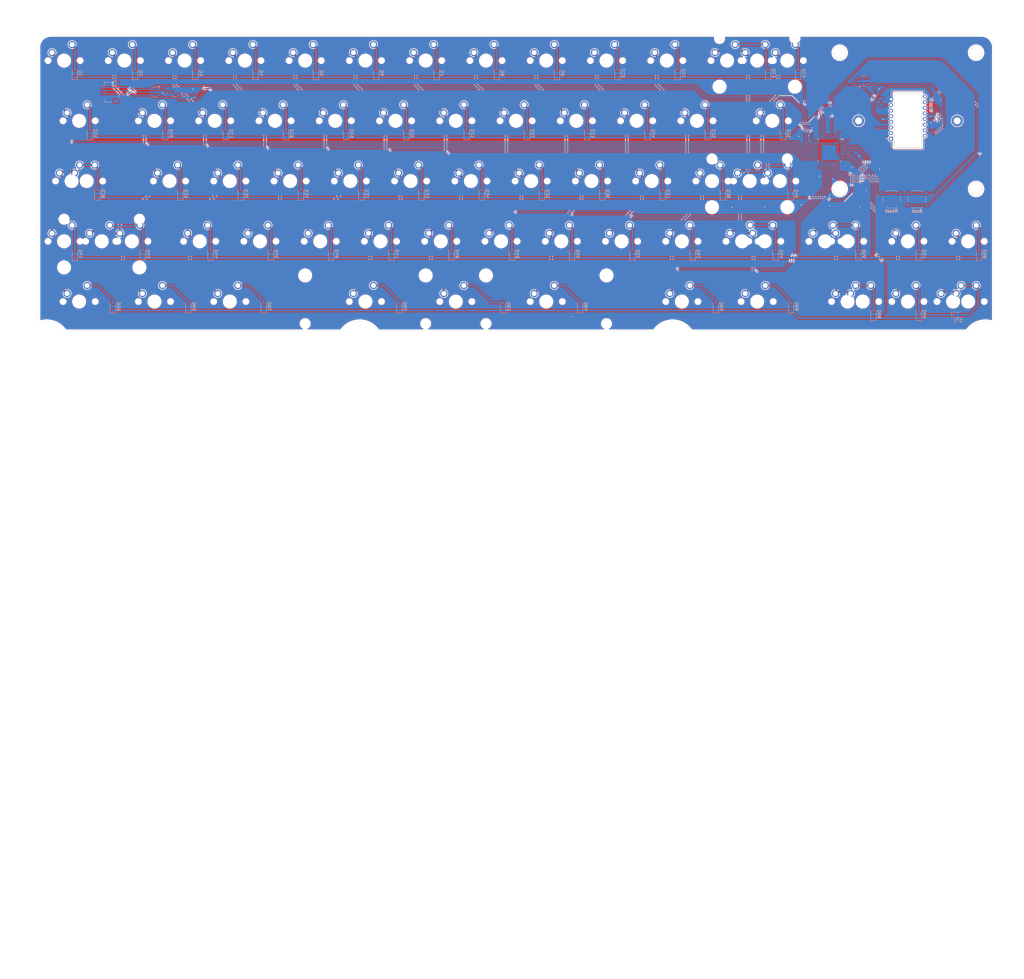
<source format=kicad_pcb>
(kicad_pcb (version 20240108) (generator "pcbnew") (generator_version "8.0")
  (layers (0 "F.Cu" signal) (31 "B.Cu" signal) (34 "B.Paste" user) (35 "F.Paste" user) (36 "B.SilkS" user "B.Silkscreen") (37 "F.SilkS" user "F.Silkscreen") (38 "B.Mask" user) (39 "F.Mask" user) (44 "Edge.Cuts" user))
  (net 0 "")
  (net 1 "Net-(D1-A)")
  (net 2 "Net-(D2-A)")
  (net 3 "Net-(D3-A)")
  (net 4 "Net-(D4-A)")
  (net 5 "Net-(D5-A)")
  (net 6 "Net-(D6-A)")
  (net 7 "Net-(D7-A)")
  (net 8 "Net-(D8-A)")
  (net 9 "Net-(D9-A)")
  (net 10 "Net-(D10-A)")
  (net 11 "Net-(D11-A)")
  (net 12 "Net-(D14-A)")
  (net 13 "Net-(D15-A)")
  (net 14 "Net-(D16-A)")
  (net 15 "Net-(D17-A)")
  (net 16 "Net-(D18-A)")
  (net 17 "Net-(D19-A)")
  (net 18 "Net-(D20-A)")
  (net 19 "Net-(D21-A)")
  (net 20 "Net-(D22-A)")
  (net 21 "Net-(D23-A)")
  (net 22 "Net-(D24-A)")
  (net 23 "Net-(D25-A)")
  (net 24 "Net-(D26-A)")
  (net 25 "Net-(D28-A)")
  (net 26 "Net-(D29-A)")
  (net 27 "Net-(D30-A)")
  (net 28 "Net-(D31-A)")
  (net 29 "Net-(D32-A)")
  (net 30 "Net-(D33-A)")
  (net 31 "Net-(D34-A)")
  (net 32 "Net-(D35-A)")
  (net 33 "Net-(D36-A)")
  (net 34 "Net-(D37-A)")
  (net 35 "Net-(D38-A)")
  (net 36 "Net-(D40-A)")
  (net 37 "Net-(D41-A)")
  (net 38 "ROW0")
  (net 39 "Net-(D13-A)")
  (net 40 "Net-(D43-A)")
  (net 41 "ROW1")
  (net 42 "Net-(D44-A)")
  (net 43 "Net-(D45-A)")
  (net 44 "ROW2")
  (net 45 "Net-(D46-A)")
  (net 46 "ROW3")
  (net 47 "Net-(D47-A)")
  (net 48 "Net-(D54-A)")
  (net 49 "Net-(D48-A)")
  (net 50 "ROW4")
  (net 51 "COL0")
  (net 52 "Net-(D49-A)")
  (net 53 "Net-(D50-A)")
  (net 54 "COL1")
  (net 55 "COL2")
  (net 56 "Net-(D51-A)")
  (net 57 "COL3")
  (net 58 "Net-(D52-A)")
  (net 59 "COL4")
  (net 60 "COL5")
  (net 61 "COL6")
  (net 62 "COL7")
  (net 63 "COL8")
  (net 64 "COL9")
  (net 65 "COL10")
  (net 66 "Net-(D56-A)")
  (net 67 "Net-(D57-A)")
  (net 68 "COL11")
  (net 69 "COL12")
  (net 70 "Net-(D58-A)")
  (net 71 "COL13")
  (net 72 "Net-(D59-A)")
  (net 73 "COL14")
  (net 74 "Net-(D60-A)")
  (net 75 "Net-(D61-A)")
  (net 76 "COL15")
  (net 77 "Net-(D62-A)")
  (net 78 "Net-(D63-A)")
  (net 79 "Net-(D64-A)")
  (net 80 "Net-(D65-A)")
  (net 81 "Net-(D66-A)")
  (net 82 "Net-(D68-A)")
  (net 83 "Net-(D69-A)")
  (net 84 "Net-(D71-A)")
  (net 85 "GND")
  (net 86 "+3V3")
  (net 87 "+5V")
  (net 88 "RST-1")
  (net 89 "VDD_{1.8V~2.1V}")
  (net 90 "Net-(U5-VDDPIX)")
  (net 91 "DP")
  (net 92 "DN")
  (net 93 "Net-(U5-~{RESET})")
  (net 94 "MISO")
  (net 95 "Net-(U5-LED_P)")
  (net 96 "BOOT-1")
  (net 100 "CS")
  (net 102 "MOSI")
  (net 111 "SCLK")
  (footprint "PCM_marbastlib-mx:SW_MX_1u_tight" (layer "F.Cu") (at 72.625 44.05)
    (property "Reference" "MX17" (hide yes))
    (property "Value" "MX_SW_solder")
  )
  (footprint "PCM_marbastlib-mx:SW_MX_1.5u_tight" (layer "F.Cu") (at 29.7625 101.2)
    (property "Reference" "MX59" (hide yes))
    (property "Value" "MX_SW_solder")
  )
  (footprint "PCM_marbastlib-mx:SW_MX_1u_tight" (layer "F.Cu") (at 25 82.15)
    (property "Reference" "MX41" (hide yes))
    (property "Value" "MX_SW_solder")
  )
  (footprint "PCM_marbastlib-mx:SW_MX_1u_tight" (layer "F.Cu") (at 201.2125 82.15)
    (property "Reference" "MX51" (hide yes))
    (property "Value" "MX_SW_solder")
  )
  (footprint "PCM_marbastlib-mx:SW_MX_1u_tight" (layer "F.Cu") (at 229.7875 63.1)
    (property "Reference" "MX38" (hide yes))
    (property "Value" "MX_SW_solder")
  )
  (footprint "PCM_marbastlib-mx:SW_MX_1u_tight" (layer "F.Cu") (at 53.575 101.2)
    (property "Reference" "MX60" (hide yes))
    (property "Value" "MX_SW_solder")
  )
  (footprint "PCM_marbastlib-mx:SW_MX_1u_tight" (layer "F.Cu") (at 153.5875 63.1)
    (property "Reference" "MX34" (hide yes))
    (property "Value" "MX_SW_solder")
  )
  (footprint "PCM_marbastlib-mx:SW_MX_1u_tight" (layer "F.Cu") (at 63.1 25)
    (property "Reference" "MX3" (hide yes))
    (property "Value" "MX_SW_solder")
  )
  (footprint "PCM_marbastlib-mx:SW_MX_1u_tight" (layer "F.Cu") (at 144.0625 82.15)
    (property "Reference" "MX48" (hide yes))
    (property "Value" "MX_SW_solder")
  )
  (footprint "PCM_marbastlib-mx:SW_MX_1.5u_tight" (layer "F.Cu") (at 220.2625 101.2)
    (property "Reference" "MX65" (hide yes))
    (property "Value" "MX_SW_solder")
  )
  (footprint "PCM_marbastlib-mx:SW_MX_1u_tight" (layer "F.Cu") (at 177.4 25)
    (property "Reference" "MX9" (hide yes))
    (property "Value" "MX_SW_solder")
  )
  (footprint "PCM_marbastlib-mx:SW_MX_1u_tight" (layer "F.Cu") (at 44.05 25)
    (property "Reference" "MX2" (hide yes))
    (property "Value" "MX_SW_solder")
  )
  (footprint "PCM_marbastlib-mx:SW_MX_1.5u_tight" (layer "F.Cu") (at 277.4125 101.2)
    (property "Reference" "MX68" (hide yes))
    (property "Value" "MX_SW_solder")
  )
  (footprint "PCM_marbastlib-mx:SW_MX_1u_tight" (layer "F.Cu") (at 205.975 44.05)
    (property "Reference" "MX24" (hide yes))
    (property "Value" "MX_SW_solder")
  )
  (footprint "PCM_marbastlib-mx:STAB_MX_3u" (layer "F.Cu") (at 120.25 101.2 180)
    (property "Reference" "S62" (hide yes))
    (property "Value" "MX_stab")
  )
  (footprint "PCM_marbastlib-mx:SW_MX_1u_tight" (layer "F.Cu") (at 129.775 44.05)
    (property "Reference" "MX20" (hide yes))
    (property "Value" "MX_SW_solder")
  )
  (footprint "PCM_marbastlib-mx:SW_MX_1u_tight" (layer "F.Cu") (at 105.9625 82.15)
    (property "Reference" "MX46" (hide yes))
    (property "Value" "MX_SW_solder")
  )
  (footprint "PCM_marbastlib-mx:SW_MX_1u_tight" (layer "F.Cu") (at 158.35 25)
    (property "Reference" "MX8" (hide yes))
    (property "Value" "MX_SW_solder")
  )
  (footprint "PCM_marbastlib-mx:SW_MX_1u_tight" (layer "F.Cu") (at 91.675 44.05)
    (property "Reference" "MX18" (hide yes))
    (property "Value" "MX_SW_solder")
  )
  (footprint "PCM_marbastlib-mx:SW_MX_1u_tight" (layer "F.Cu") (at 96.4375 63.1)
    (property "Reference" "MX31" (hide yes))
    (property "Value" "MX_SW_solder")
  )
  (footprint "PCM_marbastlib-mx:SW_MX_1u_tight" (layer "F.Cu") (at 172.6375 63.1)
    (property "Reference" "MX35" (hide yes))
    (property "Value" "MX_SW_solder")
  )
  (footprint "PCM_marbastlib-mx:SW_MX_1.5u_tight" (layer "F.Cu") (at 305.9875 101.2)
    (property "Reference" "MX70" (hide yes))
    (property "Value" "MX_SW_solder")
  )
  (footprint "PCM_marbastlib-mx:SW_MX_1.75u_tight" (layer "F.Cu") (at 246.45625 82.15)
    (property "Reference" "MX54" (hide yes))
    (property "Value" "MX_SW_solder")
  )
  (footprint "PCM_marbastlib-mx:SW_MX_1u_tight" (layer "F.Cu") (at 167.875 44.05)
    (property "Reference" "MX22" (hide yes))
    (property "Value" "MX_SW_solder")
  )
  (footprint "PCM_marbastlib-mx:STAB_MX_3u" (layer "F.Cu") (at 177.4 101.2 180)
    (property "Reference" "S64" (hide yes))
    (property "Value" "MX_stab")
  )
  (footprint "PCM_marbastlib-mx:SW_MX_1u_tight" (layer "F.Cu") (at 53.575 44.05)
    (property "Reference" "MX16" (hide yes))
    (property "Value" "MX_SW_solder")
  )
  (footprint "PCM_marbastlib-mx:SW_MX_1.5u_tight" (layer "F.Cu") (at 248.8375 44.05)
    (property "Reference" "MX26" (hide yes))
    (property "Value" "MX_SW_solder")
  )
  (footprint "PCM_marbastlib-mx:SW_MX_1u_tight" (layer "F.Cu") (at 234.55 25)
    (property "Reference" "MX12" (hide yes))
    (property "Value" "MX_SW_solder")
  )
  (footprint "PCM_marbastlib-mx:SW_MX_1.75u_STP_1.25_tight" (layer "F.Cu") (at 27.38125 63.1)
    (property "Reference" "MX27" (hide yes))
    (property "Value" "MX_SW_solder")
  )
  (footprint "PCM_marbastlib-mx:SW_MX_1u_tight" (layer "F.Cu") (at 310.75 101.2)
    (property "Reference" "MX71" (hide yes))
    (property "Value" "MX_SW_solder")
  )
  (footprint "PCM_marbastlib-mx:STAB_MX_2u" (layer "F.Cu") (at 244.075 25)
    (property "Reference" "S13" (hide yes))
    (property "Value" "MX_stab")
  )
  (footprint "PCM_marbastlib-mx:SW_MX_1u_tight" (layer "F.Cu") (at 241.69375 63.1)
    (property "Reference" "MX39" (hide yes))
    (property "Value" "MX_SW_solder")
  )
  (footprint "PCM_marbastlib-mx:SW_MX_1u_tight" (layer "F.Cu") (at 163.1125 82.15)
    (property "Reference" "MX49" (hide yes))
    (property "Value" "MX_SW_solder")
  )
  (footprint "PCM_marbastlib-mx:SW_MX_1u_tight" (layer "F.Cu") (at 186.925 44.05)
    (property "Reference" "MX23" (hide yes))
    (property "Value" "MX_SW_solder")
  )
  (footprint "PCM_marbastlib-mx:SW_MX_1u_tight" (layer "F.Cu") (at 253.6 25)
    (property "Reference" "MX14" (hide yes))
    (property "Value" "MX_SW_solder")
  )
  (footprint "PCM_marbastlib-mx:SW_MX_1u_tight" (layer "F.Cu") (at 244.075 25)
    (property "Reference" "MX13" (hide yes))
    (property "Value" "MX_SW_solder")
  )
  (footprint "PCM_marbastlib-mx:SW_MX_1.75u_tight" (layer "F.Cu") (at 265.50625 82.15)
    (property "Reference" "MX55" (hide yes))
    (property "Value" "MX_SW_solder")
  )
  (footprint "PCM_marbastlib-mx:SW_MX_1u_tight" (layer "F.Cu") (at 148.825 101.2)
    (property "Reference" "MX63" (hide yes))
    (property "Value" "MX_SW_solder")
  )
  (footprint "PCM_marbastlib-mx:SW_MX_1u_tight" (layer "F.Cu") (at 225.025 44.05)
    (property "Reference" "MX25" (hide yes))
    (property "Value" "MX_SW_solder")
  )
  (footprint "PCM_marbastlib-mx:SW_MX_1.25u_tight" (layer "F.Cu") (at 251.21875 63.1)
    (property "Reference" "MX40" (hide yes))
    (property "Value" "MX_SW_solder")
  )
  (footprint "PCM_marbastlib-mx:SW_MX_1u_tight" (layer "F.Cu") (at 310.75 82.15)
    (property "Reference" "MX58" (hide yes))
    (property "Value" "MX_SW_solder")
  )
  (footprint "PCM_marbastlib-mx:SW_MX_1u_tight" (layer "F.Cu") (at 272.65 82.15)
    (property "Reference" "MX56" (hide yes))
    (property "Value" "MX_SW_solder")
  )
  (footprint "PCM_marbastlib-mx:SW_MX_1u_tight" (layer "F.Cu") (at 244.075 101.2)
    (property "Reference" "MX66" (hide yes))
    (property "Value" "MX_SW_solder")
  )
  (footprint "PCM_marbastlib-mx:SW_MX_1u_tight" (layer "F.Cu") (at 86.9125 82.15)
    (property "Reference" "MX45" (hide yes))
    (property "Value" "MX_SW_solder")
  )
  (footprint "PCM_marbastlib-mx:SW_MX_1.25u_tight" (layer "F.Cu") (at 46.43125 82.15)
    (property "Reference" "MX43" (hide yes))
    (property "Value" "MX_SW_solder")
  )
  (footprint "PCM_marbastlib-mx:SW_MX_1u_tight" (layer "F.Cu") (at 291.7 101.2)
    (property "Reference" "MX69" (hide yes))
    (property "Value" "MX_SW_solder")
  )
  (footprint "PCM_marbastlib-mx:SW_MX_1.5u_tight" (layer "F.Cu") (at 77.3875 101.2)
    (property "Reference" "MX61" (hide yes))
    (property "Value" "MX_SW_solder")
  )
  (footprint "PCM_marbastlib-mx:SW_MX_1u_tight" (layer "F.Cu") (at 120.25 101.2)
    (property "Reference" "MX62" (hide yes))
    (property "Value" "MX_SW_solder")
  )
  (footprint "Library:TrackballHolder_34mm" (layer "F.Cu") (at 291.7 44.05)
    (property "Reference" "U5" (hide yes))
    (property "Value" "PMW3360DM-T2QU")
    (fp_rect (start -4.35 -8.84) (end 4.35 8.46) (stroke (width 0.15)) (fill none) (layer "Edge.Cuts"))
    (fp_circle (center -21.5495 -21.5495) (end -19.3995 -21.5495) (stroke (width 0.1)) (fill none) (layer "Edge.Cuts"))
    (fp_circle (center -21.5495 21.5495) (end -19.3995 21.5495) (stroke (width 0.1)) (fill none) (layer "Edge.Cuts"))
    (fp_circle (center 21.5495 -21.5495) (end 23.6995 -21.5495) (stroke (width 0.1)) (fill none) (layer "Edge.Cuts"))
    (fp_circle (center 21.5495 21.5495) (end 23.6995 21.5495) (stroke (width 0.1)) (fill none) (layer "Edge.Cuts"))
  )
  (footprint "PCM_marbastlib-mx:SW_MX_1.75u_tight" (layer "F.Cu") (at 32.14375 63.1)
    (property "Reference" "MX28" (hide yes))
    (property "Value" "MX_SW_solder")
  )
  (footprint "PCM_marbastlib-mx:SW_MX_1u_tight" (layer "F.Cu") (at 148.825 44.05)
    (property "Reference" "MX21" (hide yes))
    (property "Value" "MX_SW_solder")
  )
  (footprint "PCM_marbastlib-mx:SW_MX_1u_tight" (layer "F.Cu") (at 36.90625 82.15)
    (property "Reference" "MX42" (hide yes))
    (property "Value" "MX_SW_solder")
  )
  (footprint "PCM_marbastlib-mx:SW_MX_1u_tight" (layer "F.Cu") (at 196.45 25)
    (property "Reference" "MX10" (hide yes))
    (property "Value" "MX_SW_solder")
  )
  (footprint "PCM_marbastlib-mx:SW_MX_1u_tight" (layer "F.Cu") (at 120.25 25)
    (property "Reference" "MX6" (hide yes))
    (property "Value" "MX_SW_solder")
  )
  (footprint "PCM_marbastlib-mx:SW_MX_1.5u_tight" (layer "F.Cu") (at 29.7625 44.05)
    (property "Reference" "MX15" (hide yes))
    (property "Value" "MX_SW_solder")
  )
  (footprint "PCM_marbastlib-mx:STAB_MX_2.25u" (layer "F.Cu") (at 241.69375 63.1)
    (property "Reference" "S39" (hide yes))
    (property "Value" "MX_stab")
  )
  (footprint "PCM_marbastlib-mx:SW_MX_1u_tight" (layer "F.Cu") (at 291.7 82.15)
    (property "Reference" "MX57" (hide yes))
    (property "Value" "MX_SW_solder")
  )
  (footprint "PCM_marbastlib-mx:SW_MX_1u_tight" (layer "F.Cu") (at 239.3125 82.15)
    (property "Reference" "MX53" (hide yes))
    (property "Value" "MX_SW_solder")
  )
  (footprint "PCM_marbastlib-mx:SW_MX_1u_tight" (layer "F.Cu") (at 25 25)
    (property "Reference" "MX1" (hide yes))
    (property "Value" "MX_SW_solder")
  )
  (footprint "PCM_marbastlib-mx:SW_MX_1u_tight" (layer "F.Cu") (at 67.8625 82.15)
    (property "Reference" "MX44" (hide yes))
    (property "Value" "MX_SW_solder")
  )
  (footprint "PCM_marbastlib-mx:SW_MX_1u_tight" (layer "F.Cu") (at 182.1625 82.15)
    (property "Reference" "MX50" (hide yes))
    (property "Value" "MX_SW_solder")
  )
  (footprint "PCM_marbastlib-mx:SW_MX_1u_tight" (layer "F.Cu") (at 191.6875 63.1)
    (property "Reference" "MX36" (hide yes))
    (property "Value" "MX_SW_solder")
  )
  (footprint "PCM_marbastlib-mx:SW_MX_1u_tight" (layer "F.Cu") (at 215.5 25)
    (property "Reference" "MX11" (hide yes))
    (property "Value" "MX_SW_solder")
  )
  (footprint "PCM_marbastlib-mx:SW_MX_1u_tight" (layer "F.Cu") (at 115.4875 63.1)
    (property "Reference" "MX32" (hide yes))
    (property "Value" "MX_SW_solder")
  )
  (footprint "PCM_marbastlib-mx:SW_MX_1u_tight" (layer "F.Cu") (at 82.15 25)
    (property "Reference" "MX4" (hide yes))
    (property "Value" "MX_SW_solder")
  )
  (footprint "PCM_marbastlib-mx:SW_MX_1u_tight" (layer "F.Cu") (at 139.3 25)
    (property "Reference" "MX7" (hide yes))
    (property "Value" "MX_SW_solder")
  )
  (footprint "PCM_marbastlib-mx:SW_MX_1u_tight" (layer "F.Cu") (at 101.2 25)
    (property "Reference" "MX5" (hide yes))
    (property "Value" "MX_SW_solder")
  )
  (footprint "PCM_marbastlib-mx:SW_MX_1u_tight" (layer "F.Cu") (at 110.725 44.05)
    (property "Reference" "MX19" (hide yes))
    (property "Value" "MX_SW_solder")
  )
  (footprint "PCM_marbastlib-mx:STAB_MX_6u" (layer "F.Cu") (at 148.825 101.2 180)
    (property "Reference" "S63" (hide yes))
    (property "Value" "MX_stab")
  )
  (footprint "PCM_marbastlib-mx:SW_MX_1u_tight" (layer "F.Cu") (at 272.65 101.2)
    (property "Reference" "MX67" (hide yes))
    (property "Value" "MX_SW_solder")
  )
  (footprint "PCM_marbastlib-mx:SW_MX_1u_tight" (layer "F.Cu") (at 177.4 101.2)
    (property "Reference" "MX64" (hide yes))
    (property "Value" "MX_SW_solder")
  )
  (footprint "PCM_marbastlib-mx:SW_MX_1u_tight" (layer "F.Cu") (at 77.3875 63.1)
    (property "Reference" "MX30" (hide yes))
    (property "Value" "MX_SW_solder")
  )
  (footprint "PCM_marbastlib-mx:STAB_MX_2.25u" (layer "F.Cu") (at 36.90625 82.15)
    (property "Reference" "S42" (hide yes))
    (property "Value" "MX_stab")
  )
  (footprint "PCM_marbastlib-mx:SW_MX_1u_tight" (layer "F.Cu") (at 220.2625 82.15)
    (property "Reference" "MX52" (hide yes))
    (property "Value" "MX_SW_solder")
  )
  (footprint "PCM_marbastlib-mx:SW_MX_1u_tight" (layer "F.Cu") (at 210.7375 63.1)
    (property "Reference" "MX37" (hide yes))
    (property "Value" "MX_SW_solder")
  )
  (footprint "PCM_marbastlib-mx:SW_MX_1u_tight" (layer "F.Cu") (at 58.3375 63.1)
    (property "Reference" "MX29" (hide yes))
    (property "Value" "MX_SW_solder")
  )
  (footprint "PCM_marbastlib-mx:SW_MX_1u_tight" (layer "F.Cu") (at 125.0125 82.15)
    (property "Reference" "MX47" (hide yes))
    (property "Value" "MX_SW_solder")
  )
  (footprint "PCM_marbastlib-mx:SW_MX_1u_tight" (layer "F.Cu") (at 134.5375 63.1)
    (property "Reference" "MX33" (hide yes))
    (property "Value" "MX_SW_solder")
  )
  (footprint "Diode_SMD:D_SOD-323_HandSoldering" (layer "B.Cu") (at 80.8175 67.09 90)
    (property "Reference" "D30")
    (property "Value" "1N4148")
  )
  (footprint "Diode_SMD:D_SOD-323_HandSoldering" (layer "B.Cu") (at 252.2675 48.04 90)
    (property "Reference" "D26")
    (property "Value" "1N4148")
  )
  (footprint "Package_TO_SOT_SMD:SOT-23-5" (layer "B.Cu") (at 277.68 31.4925)
    (property "Reference" "U4" (hide yes))
    (property "Value" "TLV74318PDBVR")
  )
  (footprint "Diode_SMD:D_SOD-323_HandSoldering" (layer "B.Cu") (at 233.2175 67.09 90)
    (property "Reference" "D38")
    (property "Value" "1N4148")
  )
  (footprint "Diode_SMD:D_SOD-323_HandSoldering" (layer "B.Cu") (at 195.1175 67.09 90)
    (property "Reference" "D36")
    (property "Value" "1N4148")
  )
  (footprint "Diode_SMD:D_SOD-323_HandSoldering" (layer "B.Cu") (at 85.58 28.99 90)
    (property "Reference" "D4")
    (property "Value" "1N4148")
  )
  (footprint "Diode_SMD:D_SOD-323_HandSoldering" (layer "B.Cu") (at 180.83 28.99 90)
    (property "Reference" "D9")
    (property "Value" "1N4148")
  )
  (footprint "Diode_SMD:D_SOD-323_HandSoldering" (layer "B.Cu") (at 133.205 48.04 90)
    (property "Reference" "D20")
    (property "Value" "1N4148")
  )
  (footprint "Diode_SMD:D_SOD-323_HandSoldering" (layer "B.Cu") (at 276.08 86.14 90)
    (property "Reference" "D56")
    (property "Value" "1N4148")
  )
  (footprint "Button_Switch_SMD:SW_Push_1P1T_XKB_TS-1187A" (layer "B.Cu") (at 294.57 68.86 180)
    (property "Reference" "SW2" (hide yes))
    (property "Value" "SW_DPST_x2")
  )
  (footprint "Diode_SMD:D_SOD-323_HandSoldering" (layer "B.Cu") (at 61.7675 67.09 90)
    (property "Reference" "D29")
    (property "Value" "1N4148")
  )
  (footprint "Diode_SMD:D_SOD-323_HandSoldering" (layer "B.Cu") (at 114.155 48.04 90)
    (property "Reference" "D19")
    (property "Value" "1N4148")
  )
  (footprint "Diode_SMD:D_SOD-323_HandSoldering" (layer "B.Cu") (at 49.86125 86.14 90)
    (property "Reference" "D43")
    (property "Value" "1N4148")
  )
  (footprint "Diode_SMD:D_SOD-323_HandSoldering" (layer "B.Cu") (at 190.355 48.04 90)
    (property "Reference" "D23")
    (property "Value" "1N4148")
  )
  (footprint "Diode_SMD:D_SOD-323_HandSoldering" (layer "B.Cu") (at 163.7325 102.77 90)
    (property "Reference" "D63")
    (property "Value" "1N4148")
  )
  (footprint "Diode_SMD:D_SOD-323_HandSoldering" (layer "B.Cu") (at 171.305 48.04 90)
    (property "Reference" "D22")
    (property "Value" "1N4148")
  )
  (footprint "Diode_SMD:D_SOD-323_HandSoldering" (layer "B.Cu") (at 185.5925 86.14 90)
    (property "Reference" "D50")
    (property "Value" "1N4148")
  )
  (footprint "Capacitor_SMD:C_0402_1005Metric" (layer "B.Cu") (at 269.9175 47.070001 90)
    (property "Reference" "C2" (hide yes))
    (property "Value" "100nF")
  )
  (footprint "Diode_SMD:D_SOD-323_HandSoldering" (layer "B.Cu") (at 188.1075 102.77 90)
    (property "Reference" "D64")
    (property "Value" "1N4148")
  )
  (footprint "Resistor_SMD:R_0805_2012Metric_Pad1.20x1.40mm_HandSolder" (layer "B.Cu") (at 283.21 38.06 -90)
    (property "Reference" "R1" (hide yes))
    (property "Value" "10k")
  )
  (footprint "Diode_SMD:D_SOD-323_HandSoldering" (layer "B.Cu") (at 152.255 48.04 90)
    (property "Reference" "D21")
    (property "Value" "1N4148")
  )
  (footprint "Capacitor_SMD:C_0402_1005Metric" (layer "B.Cu") (at 57.3075 35.370001 -90)
    (property "Reference" "C6" (hide yes))
    (property "Value" "1uF")
  )
  (footprint "Diode_SMD:D_SOD-323_HandSoldering" (layer "B.Cu") (at 209.405 48.04 90)
    (property "Reference" "D24")
    (property "Value" "1N4148")
  )
  (footprint "Diode_SMD:D_SOD-323_HandSoldering" (layer "B.Cu") (at 247.505 28.99 90)
    (property "Reference" "D13")
    (property "Value" "1N4148")
  )
  (footprint "Diode_SMD:D_SOD-323_HandSoldering" (layer "B.Cu") (at 123.68 28.99 90)
    (property "Reference" "D6")
    (property "Value" "1N4148")
  )
  (footprint "Diode_SMD:D_SOD-323_HandSoldering" (layer "B.Cu") (at 33.1925 48.04 90)
    (property "Reference" "D15")
    (property "Value" "1N4148")
  )
  (footprint "Diode_SMD:D_SOD-323_HandSoldering" (layer "B.Cu") (at 314.18 86.14 90)
    (property "Reference" "D58")
    (property "Value" "1N4148")
  )
  (footprint "Diode_SMD:D_SOD-323_HandSoldering" (layer "B.Cu") (at 157.0175 67.09 90)
    (property "Reference" "D34")
    (property "Value" "1N4148")
  )
  (footprint "Diode_SMD:D_SOD-323_HandSoldering" (layer "B.Cu") (at 90.3425 86.14 90)
    (property "Reference" "D45")
    (property "Value" "1N4148")
  )
  (footprint "Diode_SMD:D_SOD-323_HandSoldering" (layer "B.Cu") (at 249.88625 86.14 90)
    (property "Reference" "D54")
    (property "Value" "1N4148")
  )
  (footprint "Diode_SMD:D_SOD-323_HandSoldering" (layer "B.Cu") (at 64.2825 102.77 90)
    (property "Reference" "D60")
    (property "Value" "1N4148")
  )
  (footprint "Diode_SMD:D_SOD-323_HandSoldering" (layer "B.Cu") (at 142.73 28.99 90)
    (property "Reference" "D7")
    (property "Value" "1N4148")
  )
  (footprint "Capacitor_SMD:C_0402_1005Metric" (layer "B.Cu") (at 260.7475 50.390001 180)
    (property "Reference" "C4" (hide yes))
    (property "Value" "100nF")
  )
  (footprint "Diode_SMD:D_SOD-323_HandSoldering" (layer "B.Cu") (at 57.005 48.04 90)
    (property "Reference" "D16")
    (property "Value" "1N4148")
  )
  (footprint "Diode_SMD:D_SOD-323_HandSoldering" (layer "B.Cu") (at 280.8425 105.19 90)
    (property "Reference" "D68")
    (property "Value" "1N4148")
  )
  (footprint "Diode_SMD:D_SOD-323_HandSoldering" (layer "B.Cu") (at 295.13 86.14 90)
    (property "Reference" "D57")
    (property "Value" "1N4148")
  )
  (footprint "Capacitor_SMD:C_0402_1005Metric" (layer "B.Cu") (at 263.8375 59.490001 -90)
    (property "Reference" "C3" (hide yes))
    (property "Value" "100nF")
  )
  (footprint "Capacitor_SMD:C_0402_1005Metric" (layer "B.Cu") (at 284.05 46.65 -90)
    (property "Reference" "C11" (hide yes))
    (property "Value" "4.7uF/10V")
  )
  (footprint "Diode_SMD:D_SOD-323_HandSoldering" (layer "B.Cu") (at 104.63 28.99 90)
    (property "Reference" "D5")
    (property "Value" "1N4148")
  )
  (footprint "Diode_SMD:D_SOD-323_HandSoldering" (layer "B.Cu") (at 118.9175 67.09 90)
    (property "Reference" "D32")
    (property "Value" "1N4148")
  )
  (footprint "Diode_SMD:D_SOD-323_HandSoldering" (layer "B.Cu") (at 88.095 102.77 90)
    (property "Reference" "D61")
    (property "Value" "1N4148")
  )
  (footprint "Resistor_SMD:R_0402_1005Metric" (layer "B.Cu") (at 299.84 47.57 -90)
    (property "Reference" "R3" (hide yes))
    (property "Value" "39R")
  )
  (footprint "Diode_SMD:D_SOD-323_HandSoldering" (layer "B.Cu") (at 76.055 48.04 90)
    (property "Reference" "D17")
    (property "Value" "1N4148")
  )
  (footprint "Diode_SMD:D_SOD-323_HandSoldering" (layer "B.Cu") (at 95.105 48.04 90)
    (property "Reference" "D18")
    (property "Value" "1N4148")
  )
  (footprint "Diode_SMD:D_SOD-323_HandSoldering" (layer "B.Cu") (at 28.43 28.99 90)
    (property "Reference" "D1")
    (property "Value" "1N4148")
  )
  (footprint "Diode_SMD:D_SOD-323_HandSoldering" (layer "B.Cu") (at 176.0675 67.09 90)
    (property "Reference" "D35")
    (property "Value" "1N4148")
  )
  (footprint "Diode_SMD:D_SOD-323_HandSoldering" (layer "B.Cu") (at 230.97 102.77 90)
    (property "Reference" "D65")
    (property "Value" "1N4148")
  )
  (footprint "Diode_SMD:D_SOD-323_HandSoldering" (layer "B.Cu") (at 128.4425 86.14 90)
    (property "Reference" "D47")
    (property "Value" "1N4148")
  )
  (footprint "Package_TO_SOT_SMD:SOT-23-3" (layer "B.Cu") (at 59.9475 34.880001 180)
    (property "Reference" "U1" (hide yes))
    (property "Value" "XC6206PxxxMR")
  )
  (footprint "Diode_SMD:D_SOD-323_HandSoldering" (layer "B.Cu") (at 47.48 28.99 90)
    (property "Reference" "D2")
    (property "Value" "1N4148")
  )
  (footprint "Button_Switch_SMD:SW_Push_1P1T_XKB_TS-1187A" (layer "B.Cu") (at 286.57 68.86 180)
    (property "Reference" "SW1" (hide yes))
    (property "Value" "SW_DPST_x2")
  )
  (footprint "Capacitor_SMD:C_0402_1005Metric" (layer "B.Cu") (at 62.6475 36.382501 -90)
    (property "Reference" "C7" (hide yes))
    (property "Value" "1uF")
  )
  (footprint "Diode_SMD:D_SOD-323_HandSoldering" (layer "B.Cu") (at 109.3925 86.14 90)
    (property "Reference" "D46")
    (property "Value" "1N4148")
  )
  (footprint "Diode_SMD:D_SOD-323_HandSoldering" (layer "B.Cu") (at 254.64875 67.09 90)
    (property "Reference" "D40")
    (property "Value" "1N4148")
  )
  (footprint "Diode_SMD:D_SOD-323_HandSoldering" (layer "B.Cu") (at 228.455 48.04 90)
    (property "Reference" "D25")
    (property "Value" "1N4148")
  )
  (footprint "Diode_SMD:D_SOD-323_HandSoldering" (layer "B.Cu") (at 166.5425 86.14 90)
    (property "Reference" "D49")
    (property "Value" "1N4148")
  )
  (footprint "Diode_SMD:D_SOD-323_HandSoldering" (layer "B.Cu") (at 40.47 102.77 90)
    (property "Reference" "D59")
    (property "Value" "1N4148")
  )
  (footprint "Resistor_SMD:R_0402_1005Metric" (layer "B.Cu") (at 299.88 41.27 -90)
    (property "Reference" "R2" (hide yes))
    (property "Value" "10k")
  )
  (footprint "Package_TO_SOT_SMD:SOT-23-6" (layer "B.Cu") (at 53.7375 35.000001 180)
    (property "Reference" "U2" (hide yes))
    (property "Value" "SRV05-4")
  )
  (footprint "Capacitor_SMD:C_0402_1005Metric" (layer "B.Cu") (at 274.84 33.1 -90)
    (property "Reference" "C9" (hide yes))
    (property "Value" "1uF")
  )
  (footprint "Diode_SMD:D_SOD-323_HandSoldering" (layer "B.Cu") (at 307.5325 105.41)
    (property "Reference" "D71")
    (property "Value" "1N4148")
  )
  (footprint "Diode_SMD:D_SOD-323_HandSoldering" (layer "B.Cu") (at 130.9575 102.77 90)
    (property "Reference" "D62")
    (property "Value" "1N4148")
  )
  (footprint "Diode_SMD:D_SOD-323_HandSoldering" (layer "B.Cu") (at 35.57375 67.09 90)
    (property "Reference" "D28")
    (property "Value" "1N4148")
  )
  (footprint "Diode_SMD:D_SOD-323_HandSoldering" (layer "B.Cu") (at 199.88 28.99 90)
    (property "Reference" "D10")
    (property "Value" "1N4148")
  )
  (footprint "Diode_SMD:D_SOD-323_HandSoldering" (layer "B.Cu") (at 71.2925 86.14 90)
    (property "Reference" "D44")
    (property "Value" "1N4148")
  )
  (footprint "Diode_SMD:D_SOD-323_HandSoldering" (layer "B.Cu") (at 28.43 86.14 90)
    (property "Reference" "D41")
    (property "Value" "1N4148")
  )
  (footprint "Diode_SMD:D_SOD-323_HandSoldering" (layer "B.Cu") (at 214.1675 67.09 90)
    (property "Reference" "D37")
    (property "Value" "1N4148")
  )
  (footprint "Resistor_SMD:R_0402_1005Metric" (layer "B.Cu") (at 299.02 67.5 -90)
    (property "Reference" "R4" (hide yes))
    (property "Value" "10k")
  )
  (footprint "Diode_SMD:D_SOD-323_HandSoldering" (layer "B.Cu") (at 137.9675 67.09 90)
    (property "Reference" "D33")
    (property "Value" "1N4148")
  )
  (footprint "Capacitor_SMD:C_0402_1005Metric" (layer "B.Cu") (at 282.15 67.47 -90)
    (property "Reference" "C8" (hide yes))
    (property "Value" "100nF")
  )
  (footprint "Capacitor_SMD:C_0402_1005Metric" (layer "B.Cu") (at 281.99 46.65 -90)
    (property "Reference" "C12" (hide yes))
    (property "Value" "100nF")
  )
  (footprint "Diode_SMD:D_SOD-323_HandSoldering" (layer "B.Cu") (at 99.8675 67.09 90)
    (property "Reference" "D31")
    (property "Value" "1N4148")
  )
  (footprint "Diode_SMD:D_SOD-323_HandSoldering" (layer "B.Cu") (at 66.53 28.99 90)
    (property "Reference" "D3")
    (property "Value" "1N4148")
  )
  (footprint "Diode_SMD:D_SOD-323_HandSoldering" (layer "B.Cu") (at 218.93 28.99 90)
    (property "Reference" "D11")
    (property "Value" "1N4148")
  )
  (footprint "Diode_SMD:D_SOD-323_HandSoldering" (layer "B.Cu") (at 257.03 28.99 90)
    (property "Reference" "D14")
    (property "Value" "1N4148")
  )
  (footprint "Diode_SMD:D_SOD-323_HandSoldering" (layer "B.Cu") (at 204.6425 86.14 90)
    (property "Reference" "D51")
    (property "Value" "1N4148")
  )
  (footprint "Capacitor_SMD:C_0402_1005Metric" (layer "B.Cu") (at 273.0975 54.860001)
    (property "Reference" "C5" (hide yes))
    (property "Value" "10uF")
  )
  (footprint "Diode_SMD:D_SOD-323_HandSoldering" (layer "B.Cu") (at 254.7825 102.77 90)
    (property "Reference" "D66")
    (property "Value" "1N4148")
  )
  (footprint "Capacitor_SMD:C_0402_1005Metric" (layer "B.Cu") (at 280.65 33.06 -90)
    (property "Reference" "C10" (hide yes))
    (property "Value" "1uF")
  )
  (footprint "Diode_SMD:D_SOD-323_HandSoldering" (layer "B.Cu") (at 161.78 28.99 90)
    (property "Reference" "D8")
    (property "Value" "1N4148")
  )
  (footprint "Capacitor_SMD:C_0402_1005Metric" (layer "B.Cu") (at 273.3475 50.300001)
    (property "Reference" "C1" (hide yes))
    (property "Value" "100nF")
  )
  (footprint "Package_QFP:LQFP-48_7x7mm_P0.5mm" (layer "B.Cu") (at 266.8675 53.350001 180)
    (property "Reference" "U3" (hide yes))
    (property "Value" "STM32F072CBTx")
  )
  (footprint "Diode_SMD:D_SOD-323_HandSoldering" (layer "B.Cu") (at 147.4925 86.14 90)
    (property "Reference" "D48")
    (property "Value" "1N4148")
  )
  (footprint "Connector_JST:JST_SH_SM04B-SRSS-TB_1x04-1MP_P1.00mm_Horizontal" (layer "B.Cu") (at 39.5775 35.000001 -90)
    (property "Reference" "J1" (hide yes))
    (property "Value" "Conn_01x04_Pin")
  )
  (footprint "Diode_SMD:D_SOD-323_HandSoldering" (layer "B.Cu") (at 223.6925 86.14 90)
    (property "Reference" "D52")
    (property "Value" "1N4148")
  )
  (footprint "Diode_SMD:D_SOD-323_HandSoldering" (layer "B.Cu") (at 295.13 105.19 90)
    (property "Reference" "D69")
    (property "Value" "1N4148")
  )
  (gr_arc (start 124.611635 110.5) (mid 124.346401 110.434221) (end 124.142664 110.252111) (stroke (width 0.05)) (layer "Edge.Cuts"))
  (gr_arc (start 112.724736 110.252111) (mid 112.520994 110.434224) (end 112.255765 110.5) (stroke (width 0.05)) (layer "Edge.Cuts"))
  (gr_line (start 17 107.476131) (end 17 20.8) (stroke (width 0.05)) (layer "Edge.Cuts"))
  (gr_arc (start 211.624236 110.252111) (mid 211.420494 110.434224) (end 211.155266 110.500025) (stroke (width 0.05)) (layer "Edge.Cuts"))
  (gr_line (start 318.75 20.8) (end 318.75 107.481234) (stroke (width 0.05)) (layer "Edge.Cuts"))
  (gr_arc (start 112.724736 110.252111) (mid 118.4337 107.312145) (end 124.142664 110.252111) (stroke (width 0.05)) (layer "Edge.Cuts"))
  (gr_arc (start 310.493742 110.252116) (mid 310.289997 110.434231) (end 310.024765 110.5) (stroke (width 0.05)) (layer "Edge.Cuts"))
  (gr_arc (start 17.282208 107.674354) (mid 17.089602 107.648563) (end 17 107.476131) (stroke (width 0.05)) (layer "Edge.Cuts"))
  (gr_arc (start 17 20.8) (mid 18.112994 18.112994) (end 20.8 17) (stroke (width 0.05)) (layer "Edge.Cuts"))
  (gr_arc (start 25.712135 110.5) (mid 25.446902 110.434221) (end 25.243146 110.252124) (stroke (width 0.05)) (layer "Edge.Cuts"))
  (gr_line (start 112.255765 110.5) (end 25.712135 110.5) (stroke (width 0.05)) (layer "Edge.Cuts"))
  (gr_arc (start 318.75 107.481234) (mid 318.660412 107.653414) (end 318.468002 107.678876) (stroke (width 0.05)) (layer "Edge.Cuts"))
  (gr_arc (start 310.493742 110.252116) (mid 314.055232 107.646486) (end 318.467994 107.6789) (stroke (width 0.05)) (layer "Edge.Cuts"))
  (gr_line (start 310.024765 110.5) (end 223.511135 110.5) (stroke (width 0.05)) (layer "Edge.Cuts"))
  (gr_arc (start 314.95 17) (mid 317.637006 18.112994) (end 318.75 20.8) (stroke (width 0.05)) (layer "Edge.Cuts"))
  (gr_arc (start 17.282208 107.674354) (mid 21.688305 107.648749) (end 25.243146 110.252124) (stroke (width 0.05)) (layer "Edge.Cuts"))
  (gr_arc (start 223.511135 110.5) (mid 223.245901 110.434221) (end 223.042164 110.252111) (stroke (width 0.05)) (layer "Edge.Cuts"))
  (gr_arc (start 211.624236 110.252111) (mid 217.3332 107.312145) (end 223.042164 110.252111) (stroke (width 0.05)) (layer "Edge.Cuts"))
  (gr_line (start 314.95 17) (end 20.8 17) (stroke (width 0.05)) (layer "Edge.Cuts"))
  (gr_line (start 211.155266 110.500025) (end 124.611635 110.5) (stroke (width 0.05)) (layer "Edge.Cuts"))
  (gr_text "Reset" (at 288.65 73.17 0) (layer "B.SilkS") (effects (font (size 1 1) (thickness 0.2) (bold yes)) (justify left bottom mirror)))
  (gr_text "Boot" (at 296.45 73.18 0) (layer "B.SilkS") (effects (font (size 1 1) (thickness 0.2) (bold yes)) (justify left bottom mirror)))
  (segment (start 27.54 19.92) (end 28.43 20.81) (width 0.6) (layer "B.Cu") (net 1))
  (segment (start 28.43 20.81) (end 28.43 27.740001) (width 0.6) (layer "B.Cu") (net 1))
  (segment (start 46.59 19.92) (end 47.48 20.81) (width 0.6) (layer "B.Cu") (net 2))
  (segment (start 47.48 20.81) (end 47.48 27.74) (width 0.6) (layer "B.Cu") (net 2))
  (segment (start 65.64 19.92) (end 66.53 20.81) (width 0.6) (layer "B.Cu") (net 3))
  (segment (start 66.53 20.81) (end 66.53 27.74) (width 0.6) (layer "B.Cu") (net 3))
  (segment (start 84.69 19.92) (end 85.58 20.81) (width 0.6) (layer "B.Cu") (net 4))
  (segment (start 85.58 20.81) (end 85.58 27.74) (width 0.6) (layer "B.Cu") (net 4))
  (segment (start 104.63 20.81) (end 104.63 27.74) (width 0.6) (layer "B.Cu") (net 5))
  (segment (start 103.74 19.92) (end 104.63 20.81) (width 0.6) (layer "B.Cu") (net 5))
  (segment (start 122.79 19.92) (end 123.68 20.81) (width 0.6) (layer "B.Cu") (net 6))
  (segment (start 123.68 20.81) (end 123.68 27.74) (width 0.6) (layer "B.Cu") (net 6))
  (segment (start 142.73 20.81) (end 142.73 27.74) (width 0.6) (layer "B.Cu") (net 7))
  (segment (start 141.84 19.92) (end 142.73 20.81) (width 0.6) (layer "B.Cu") (net 7))
  (segment (start 161.78 20.81) (end 161.78 27.74) (width 0.6) (layer "B.Cu") (net 8))
  (segment (start 160.89 19.92) (end 161.78 20.81) (width 0.6) (layer "B.Cu") (net 8))
  (segment (start 180.83 20.81) (end 180.83 27.74) (width 0.6) (layer "B.Cu") (net 9))
  (segment (start 179.94 19.92) (end 180.83 20.81) (width 0.6) (layer "B.Cu") (net 9))
  (segment (start 198.99 19.92) (end 199.88 20.81) (width 0.6) (layer "B.Cu") (net 10))
  (segment (start 199.88 20.81) (end 199.88 27.74) (width 0.6) (layer "B.Cu") (net 10))
  (segment (start 218.93 20.81) (end 218.93 27.74) (width 0.6) (layer "B.Cu") (net 11))
  (segment (start 218.04 19.92) (end 218.93 20.81) (width 0.6) (layer "B.Cu") (net 11))
  (segment (start 257.03 20.979) (end 256.14 20.089) (width 0.6) (layer "B.Cu") (net 12))
  (segment (start 257.03 27.74) (end 257.03 20.979) (width 0.6) (layer "B.Cu") (net 12))
  (segment (start 32.3025 38.97) (end 33.1925 39.86) (width 0.6) (layer "B.Cu") (net 13))
  (segment (start 33.1925 39.86) (end 33.1925 46.79) (width 0.6) (layer "B.Cu") (net 13))
  (segment (start 56.115 38.97) (end 57.005 39.86) (width 0.6) (layer "B.Cu") (net 14))
  (segment (start 57.005 39.86) (end 57.005 46.79) (width 0.6) (layer "B.Cu") (net 14))
  (segment (start 75.165 38.97) (end 76.055 39.86) (width 0.6) (layer "B.Cu") (net 15))
  (segment (start 76.055 39.86) (end 76.055 46.79) (width 0.6) (layer "B.Cu") (net 15))
  (segment (start 94.215 38.97) (end 95.105 39.86) (width 0.6) (layer "B.Cu") (net 16))
  (segment (start 95.105 39.86) (end 95.105 46.79) (width 0.6) (layer "B.Cu") (net 16))
  (segment (start 113.265 38.97) (end 114.155 39.86) (width 0.6) (layer "B.Cu") (net 17))
  (segment (start 114.155 39.86) (end 114.155 46.79) (width 0.6) (layer "B.Cu") (net 17))
  (segment (start 132.315 38.97) (end 133.205 39.86) (width 0.6) (layer "B.Cu") (net 18))
  (segment (start 133.205 39.86) (end 133.205 46.79) (width 0.6) (layer "B.Cu") (net 18))
  (segment (start 152.255 39.86) (end 152.255 46.79) (width 0.6) (layer "B.Cu") (net 19))
  (segment (start 151.365 38.97) (end 152.255 39.86) (width 0.6) (layer "B.Cu") (net 19))
  (segment (start 170.415 38.97) (end 171.305 39.86) (width 0.6) (layer "B.Cu") (net 20))
  (segment (start 171.305 39.86) (end 171.305 46.79) (width 0.6) (layer "B.Cu") (net 20))
  (segment (start 190.355 39.86) (end 190.355 46.79) (width 0.6) (layer "B.Cu") (net 21))
  (segment (start 189.465 38.97) (end 190.355 39.86) (width 0.6) (layer "B.Cu") (net 21))
  (segment (start 209.405 39.86) (end 209.405 46.79) (width 0.6) (layer "B.Cu") (net 22))
  (segment (start 208.515 38.97) (end 209.405 39.86) (width 0.6) (layer "B.Cu") (net 22))
  (segment (start 227.565 38.97) (end 228.455 39.86) (width 0.6) (layer "B.Cu") (net 23))
  (segment (start 228.455 39.86) (end 228.455 46.79) (width 0.6) (layer "B.Cu") (net 23))
  (segment (start 252.2675 39.86) (end 252.2675 46.79) (width 0.6) (layer "B.Cu") (net 24))
  (segment (start 251.3775 38.97) (end 252.2675 39.86) (width 0.6) (layer "B.Cu") (net 24))
  (segment (start 35.57375 58.91) (end 35.57375 65.84) (width 0.6) (layer "B.Cu") (net 25))
  (segment (start 34.68375 58.02) (end 35.57375 58.91) (width 0.6) (layer "B.Cu") (net 25))
  (segment (start 29.92125 58.02) (end 34.68375 58.02) (width 0.6) (layer "B.Cu") (net 25))
  (segment (start 60.8775 58.02) (end 61.7675 58.91) (width 0.6) (layer "B.Cu") (net 26))
  (segment (start 61.7675 58.91) (end 61.7675 65.84) (width 0.6) (layer "B.Cu") (net 26))
  (segment (start 80.8175 58.91) (end 80.8175 65.84) (width 0.6) (layer "B.Cu") (net 27))
  (segment (start 79.9275 58.02) (end 80.8175 58.91) (width 0.6) (layer "B.Cu") (net 27))
  (segment (start 99.8675 58.91) (end 99.8675 65.84) (width 0.6) (layer "B.Cu") (net 28))
  (segment (start 98.9775 58.02) (end 99.8675 58.91) (width 0.6) (layer "B.Cu") (net 28))
  (segment (start 118.0275 58.02) (end 118.9175 58.91) (width 0.6) (layer "B.Cu") (net 29))
  (segment (start 118.9175 58.91) (end 118.9175 65.84) (width 0.6) (layer "B.Cu") (net 29))
  (segment (start 137.9675 58.91) (end 137.9675 65.84) (width 0.6) (layer "B.Cu") (net 30))
  (segment (start 137.0775 58.02) (end 137.9675 58.91) (width 0.6) (layer "B.Cu") (net 30))
  (segment (start 157.0175 58.91) (end 157.0175 65.84) (width 0.6) (layer "B.Cu") (net 31))
  (segment (start 156.1275 58.02) (end 157.0175 58.91) (width 0.6) (layer "B.Cu") (net 31))
  (segment (start 175.1775 58.02) (end 176.0675 58.91) (width 0.6) (layer "B.Cu") (net 32))
  (segment (start 176.0675 58.91) (end 176.0675 65.84) (width 0.6) (layer "B.Cu") (net 32))
  (segment (start 195.1175 58.91) (end 195.1175 65.84) (width 0.6) (layer "B.Cu") (net 33))
  (segment (start 194.2275 58.02) (end 195.1175 58.91) (width 0.6) (layer "B.Cu") (net 33))
  (segment (start 214.1675 58.91) (end 214.1675 65.84) (width 0.6) (layer "B.Cu") (net 34))
  (segment (start 213.2775 58.02) (end 214.1675 58.91) (width 0.6) (layer "B.Cu") (net 34))
  (segment (start 233.2175 58.91) (end 233.2175 65.84) (width 0.6) (layer "B.Cu") (net 35))
  (segment (start 232.3275 58.02) (end 233.2175 58.91) (width 0.6) (layer "B.Cu") (net 35))
  (segment (start 254.64875 59.079) (end 253.75875 58.189) (width 0.6) (layer "B.Cu") (net 36))
  (segment (start 254.64875 65.84) (end 254.64875 59.079) (width 0.6) (layer "B.Cu") (net 36))
  (segment (start 244.23375 58.02) (end 244.40275 58.189) (width 0.6) (layer "B.Cu") (net 36))
  (segment (start 244.40275 58.189) (end 253.75875 58.189) (width 0.6) (layer "B.Cu") (net 36))
  (segment (start 28.43 77.96) (end 28.43 84.89) (width 0.6) (layer "B.Cu") (net 37))
  (segment (start 27.54 77.07) (end 28.43 77.96) (width 0.6) (layer "B.Cu") (net 37))
  (segment (start 263.88 39.777867) (end 263.88 41.96) (width 0.3) (layer "F.Cu") (net 38))
  (segment (start 262.630397 38.528264) (end 263.88 39.777867) (width 0.3) (layer "F.Cu") (net 38))
  (segment (start 259.24 38.528264) (end 262.630397 38.528264) (width 0.3) (layer "F.Cu") (net 38))
  (segment (start 259.09 38.678264) (end 259.24 38.528264) (width 0.3) (layer "F.Cu") (net 38))
  (via (at 263.88 41.96) (size 0.6) (drill 0.3) (layers "F.Cu" "B.Cu") (net 38))
  (via (at 259.09 38.678264) (size 0.6) (drill 0.3) (layers "F.Cu" "B.Cu") (net 38))
  (segment (start 199.88 30.24) (end 218.93 30.24) (width 0.6) (layer "B.Cu") (net 38))
  (segment (start 264.06 42.822894) (end 264.6175 43.380394) (width 0.3) (layer "B.Cu") (net 38))
  (segment (start 28.43 30.239999) (end 47.479999 30.239999) (width 0.6) (layer "B.Cu") (net 38))
  (segment (start 259.09 38.678264) (end 259.09 32.3) (width 0.3) (layer "B.Cu") (net 38))
  (segment (start 247.505 30.24) (end 257.03 30.24) (width 0.6) (layer "B.Cu") (net 38))
  (segment (start 85.58 30.24) (end 104.63 30.24) (width 0.6) (layer "B.Cu") (net 38))
  (segment (start 161.78 30.24) (end 180.83 30.24) (width 0.6) (layer "B.Cu") (net 38))
  (segment (start 66.53 30.24) (end 85.58 30.24) (width 0.6) (layer "B.Cu") (net 38))
  (segment (start 180.83 30.24) (end 199.88 30.24) (width 0.6) (layer "B.Cu") (net 38))
  (segment (start 47.48 30.24) (end 66.53 30.24) (width 0.6) (layer "B.Cu") (net 38))
  (segment (start 104.63 30.24) (end 123.68 30.24) (width 0.6) (layer "B.Cu") (net 38))
  (segment (start 264.06 42.14) (end 264.06 42.822894) (width 0.3) (layer "B.Cu") (net 38))
  (segment (start 259.09 32.3) (end 257.03 30.24) (width 0.3) (layer "B.Cu") (net 38))
  (segment (start 263.88 41.96) (end 264.06 42.14) (width 0.3) (layer "B.Cu") (net 38))
  (segment (start 218.93 30.24) (end 247.505 30.24) (width 0.6) (layer "B.Cu") (net 38))
  (segment (start 264.6175 43.380394) (end 264.6175 49.187501) (width 0.3) (layer "B.Cu") (net 38))
  (segment (start 47.479999 30.239999) (end 47.48 30.24) (width 0.6) (layer "B.Cu") (net 38))
  (segment (start 142.73 30.24) (end 161.78 30.24) (width 0.6) (layer "B.Cu") (net 38))
  (segment (start 123.68 30.24) (end 142.73 30.24) (width 0.6) (layer "B.Cu") (net 38))
  (segment (start 246.87 20.175) (end 246.87 27.105) (width 0.6) (layer "B.Cu") (net 39))
  (segment (start 246.615 19.92) (end 246.87 20.175) (width 0.6) (layer "B.Cu") (net 39))
  (segment (start 237.09 19.92) (end 246.615 19.92) (width 0.6) (layer "B.Cu") (net 39))
  (segment (start 246.87 27.105) (end 247.505 27.74) (width 0.6) (layer "B.Cu") (net 39))
  (segment (start 39.44625 77.07) (end 39.61525 77.239) (width 0.6) (layer "B.Cu") (net 40))
  (segment (start 49.86125 78.129) (end 48.97125 77.239) (width 0.6) (layer "B.Cu") (net 40))
  (segment (start 39.61525 77.239) (end 48.97125 77.239) (width 0.6) (layer "B.Cu") (net 40))
  (segment (start 49.86125 84.89) (end 49.86125 78.129) (width 0.6) (layer "B.Cu") (net 40))
  (segment (start 263.434998 43.001424) (end 262.198576 43.001424) (width 0.3) (layer "F.Cu") (net 41))
  (segment (start 262.198576 43.001424) (end 260.39 44.81) (width 0.3) (layer "F.Cu") (net 41))
  (segment (start 260.39 44.81) (end 258.29 44.81) (width 0.3) (layer "F.Cu") (net 41))
  (segment (start 258.29 44.81) (end 257.7 45.4) (width 0.3) (layer "F.Cu") (net 41))
  (via (at 263.434998 43.001424) (size 0.6) (drill 0.3) (layers "F.Cu" "B.Cu") (net 41))
  (via (at 257.7 45.4) (size 0.6) (drill 0.3) (layers "F.Cu" "B.Cu") (net 41))
  (segment (start 114.155 49.29) (end 133.205 49.29) (width 0.6) (layer "B.Cu") (net 41))
  (segment (start 33.1925 49.29) (end 57.005 49.29) (width 0.6) (layer "B.Cu") (net 41))
  (segment (start 228.455 49.29) (end 252.2675 49.29) (width 0.6) (layer "B.Cu") (net 41))
  (segment (start 95.105 49.29) (end 114.155 49.29) (width 0.6) (layer "B.Cu") (net 41))
  (segment (start 253.87 49.29) (end 252.2675 49.29) (width 0.3) (layer "B.Cu") (net 41))
  (segment (start 257.7 45.46) (end 253.87 49.29) (width 0.3) (layer "B.Cu") (net 41))
  (segment (start 257.7 45.4) (end 257.7 45.46) (width 0.3) (layer "B.Cu") (net 41))
  (segment (start 152.255 49.29) (end 171.305 49.29) (width 0.6) (layer "B.Cu") (net 41))
  (segment (start 76.055 49.29) (end 95.105 49.29) (width 0.6) (layer "B.Cu") (net 41))
  (segment (start 264.1175 43.683926) (end 264.1175 49.187501) (width 0.3) (layer "B.Cu") (net 41))
  (segment (start 57.005 49.29) (end 76.055 49.29) (width 0.6) (layer "B.Cu") (net 41))
  (segment (start 133.205 49.29) (end 152.255 49.29) (width 0.6) (layer "B.Cu") (net 41))
  (segment (start 263.434998 43.001424) (end 264.1175 43.683926) (width 0.3) (layer "B.Cu") (net 41))
  (segment (start 190.355 49.29) (end 209.405 49.29) (width 0.6) (layer "B.Cu") (net 41))
  (segment (start 171.305 49.29) (end 190.355 49.29) (width 0.6) (layer "B.Cu") (net 41))
  (segment (start 209.405 49.29) (end 228.455 49.29) (width 0.6) (layer "B.Cu") (net 41))
  (segment (start 71.2925 77.96) (end 71.2925 84.89) (width 0.6) (layer "B.Cu") (net 42))
  (segment (start 70.4025 77.07) (end 71.2925 77.96) (width 0.6) (layer "B.Cu") (net 42))
  (segment (start 90.3425 77.96) (end 90.3425 84.89) (width 0.6) (layer "B.Cu") (net 43))
  (segment (start 89.4525 77.07) (end 90.3425 77.96) (width 0.6) (layer "B.Cu") (net 43))
  (segment (start 266.36 68.36) (end 266.81 68.81) (width 0.3) (layer "F.Cu") (net 44))
  (segment (start 273.44 60.79) (end 273.88 61.23) (width 0.3) (layer "F.Cu") (net 44))
  (segment (start 260.61 68.36) (end 266.36 68.36) (width 0.3) (layer "F.Cu") (net 44))
  (segment (start 260.59 68.34) (end 260.61 68.36) (width 0.3) (layer "F.Cu") (net 44))
  (segment (start 273.88 61.23) (end 273.88 64.35) (width 0.3) (layer "F.Cu") (net 44))
  (via (at 273.44 60.79) (size 0.6) (drill 0.3) (layers "F.Cu" "B.Cu") (net 44))
  (via (at 266.81 68.81) (size 0.6) (drill 0.3) (layers "F.Cu" "B.Cu") (net 44))
  (via (at 273.88 64.35) (size 0.6) (drill 0.3) (layers "F.Cu" "B.Cu") (net 44))
  (via (at 260.59 68.34) (size 0.6) (drill 0.3) (layers "F.Cu" "B.Cu") (net 44))
  (segment (start 80.8175 68.34) (end 99.8675 68.34) (width 0.6) (layer "B.Cu") (net 44))
  (segment (start 157.0175 68.34) (end 176.0675 68.34) (width 0.6) (layer "B.Cu") (net 44))
  (segment (start 176.0675 68.34) (end 195.1175 68.34) (width 0.6) (layer "B.Cu") (net 44))
  (segment (start 272.188424 60.77) (end 271.878424 60.46) (width 0.3) (layer "B.Cu") (net 44))
  (segment (start 137.9675 68.34) (end 157.0175 68.34) (width 0.6) (layer "B.Cu") (net 44))
  (segment (start 271.6 69.2) (end 273.88 66.92) (width 0.3) (layer "B.Cu") (net 44))
  (segment (start 99.8675 68.34) (end 118.9175 68.34) (width 0.6) (layer "B.Cu") (net 44))
  (segment (start 271.878424 60.46) (end 270.29 60.46) (width 0.3) (layer "B.Cu") (net 44))
  (segment (start 195.1175 68.34) (end 214.1675 68.34) (width 0.6) (layer "B.Cu") (net 44))
  (segment (start 214.1675 68.34) (end 233.2175 68.34) (width 0.6) (layer "B.Cu") (net 44))
  (segment (start 273.42 60.77) (end 272.188424 60.77) (width 0.3) (layer "B.Cu") (net 44))
  (segment (start 35.57375 68.34) (end 61.7675 68.34) (width 0.6) (layer "B.Cu") (net 44))
  (segment (start 260.59 68.34) (end 254.64875 68.34) (width 0.3) (layer "B.Cu") (net 44))
  (segment (start 269.6175 59.7875) (end 269.6175 57.512501) (width 0.3) (layer "B.Cu") (net 44))
  (segment (start 273.88 66.92) (end 273.88 64.35) (width 0.3) (layer "B.Cu") (net 44))
  (segment (start 61.7675 68.34) (end 80.8175 68.34) (width 0.6) (layer "B.Cu") (net 44))
  (segment (start 273.44 60.79) (end 273.42 60.77) (width 0.3) (layer "B.Cu") (net 44))
  (segment (start 266.81 68.81) (end 267.2 69.2) (width 0.3) (layer "B.Cu") (net 44))
  (segment (start 270.29 60.46) (end 269.6175 59.7875) (width 0.3) (layer "B.Cu") (net 44))
  (segment (start 118.9175 68.34) (end 137.9675 68.34) (width 0.6) (layer "B.Cu") (net 44))
  (segment (start 267.2 69.2) (end 271.6 69.2) (width 0.3) (layer "B.Cu") (net 44))
  (segment (start 233.2175 68.34) (end 254.64875 68.34) (width 0.6) (layer "B.Cu") (net 44))
  (segment (start 108.5025 77.07) (end 109.3925 77.96) (width 0.6) (layer "B.Cu") (net 45))
  (segment (start 109.3925 77.96) (end 109.3925 84.89) (width 0.6) (layer "B.Cu") (net 45))
  (segment (start 276.08 87.39) (end 279.87 87.39) (width 0.6) (layer "B.Cu") (net 46))
  (segment (start 295.13 87.39) (end 314.18 87.39) (width 0.6) (layer "B.Cu") (net 46))
  (segment (start 90.3425 87.39) (end 109.3925 87.39) (width 0.6) (layer "B.Cu") (net 46))
  (segment (start 204.6425 87.39) (end 223.6925 87.39) (width 0.6) (layer "B.Cu") (net 46))
  (segment (start 147.4925 87.39) (end 166.5425 87.39) (width 0.6) (layer "B.Cu") (net 46))
  (segment (start 109.3925 87.39) (end 128.4425 87.39) (width 0.6) (layer "B.Cu") (net 46))
  (segment (start 273.200001 56.100001) (end 271.03 56.100001) (width 0.3) (layer "B.Cu") (net 46))
  (segment (start 185.5925 87.39) (end 204.6425 87.39) (width 0.6) (layer "B.Cu") (net 46))
  (segment (start 71.2925 87.39) (end 90.3425 87.39) (width 0.6) (layer "B.Cu") (net 46))
  (segment (start 279.87 87.39) (end 280.39 86.87) (width 0.3) (layer "B.Cu") (net 46))
  (segment (start 280.39 86.87) (end 280.39 63.29) (width 0.3) (layer "B.Cu") (net 46))
  (segment (start 128.4425 87.39) (end 147.4925 87.39) (width 0.6) (layer "B.Cu") (net 46))
  (segment (start 280.39 63.29) (end 273.200001 56.100001) (width 0.3) (layer "B.Cu") (net 46))
  (segment (start 49.86125 87.39) (end 71.2925 87.39) (width 0.6) (layer "B.Cu") (net 46))
  (segment (start 166.5425 87.39) (end 185.5925 87.39) (width 0.6) (layer "B.Cu") (net 46))
  (segment (start 28.43 87.39) (end 49.86125 87.39) (width 0.6) (layer "B.Cu") (net 46))
  (segment (start 249.88625 87.39) (end 276.08 87.39) (width 0.6) (layer "B.Cu") (net 46))
  (segment (start 223.6925 87.39) (end 249.88625 87.39) (width 0.6) (layer "B.Cu") (net 46))
  (segment (start 279.87 87.39) (end 295.13 87.39) (width 0.6) (layer "B.Cu") (net 46))
  (segment (start 127.5525 77.07) (end 128.4425 77.96) (width 0.6) (layer "B.Cu") (net 47))
  (segment (start 128.4425 77.96) (end 128.4425 84.89) (width 0.6) (layer "B.Cu") (net 47))
  (segment (start 249.88625 77.96) (end 249.88625 84.89) (width 0.6) (layer "B.Cu") (net 48))
  (segment (start 248.99625 77.07) (end 249.88625 77.96) (width 0.6) (layer "B.Cu") (net 48))
  (segment (start 241.8525 77.07) (end 248.99625 77.07) (width 0.6) (layer "B.Cu") (net 48))
  (segment (start 147.4925 77.96) (end 147.4925 84.89) (width 0.6) (layer "B.Cu") (net 49))
  (segment (start 146.6025 77.07) (end 147.4925 77.96) (width 0.6) (layer "B.Cu") (net 49))
  (segment (start 283.475 88.19) (end 283.475 88.165) (width 0.3) (layer "F.Cu") (net 50))
  (segment (start 283.475 88.165) (end 281.69 86.38) (width 0.3) (layer "F.Cu") (net 50))
  (via (at 281.69 86.38) (size 0.6) (drill 0.3) (layers "F.Cu" "B.Cu") (net 50))
  (via (at 283.475 88.19) (size 0.6) (drill 0.3) (layers "F.Cu" "B.Cu") (net 50))
  (segment (start 295.13 106.44) (end 282.88 106.44) (width 0.6) (layer "B.Cu") (net 50))
  (segment (start 130.9575 104.02) (end 88.095 104.02) (width 0.6) (layer "B.Cu") (net 50))
  (segment (start 306.272501 105.4) (end 297.26 105.4) (width 0.6) (layer "B.Cu") (net 50))
  (segment (start 280.8425 106.44) (end 257.2025 106.44) (width 0.6) (layer "B.Cu") (net 50))
  (segment (start 64.2825 104.02) (end 40.47 104.02) (width 0.6) (layer "B.Cu") (net 50))
  (segment (start 297.26 105.4) (end 296.22 106.44) (width 0.6) (layer "B.Cu") (net 50))
  (segment (start 230.97 104.02) (end 188.1075 104.02) (width 0.6) (layer "B.Cu") (net 50))
  (segment (start 273.407107 55.600001) (end 271.03 55.600001) (width 0.3) (layer "B.Cu") (net 50))
  (segment (start 281.69 86.35) (end 280.89 85.55) (width 0.3) (layer "B.Cu") (net 50))
  (segment (start 163.7325 104.02) (end 130.9575 104.02) (width 0.6) (layer "B.Cu") (net 50))
  (segment (start 257.2025 106.44) (end 254.7825 104.02) (width 0.6) (layer "B.Cu") (net 50))
  (segment (start 306.282501 105.41) (end 306.272501 105.4) (width 0.6) (layer "B.Cu") (net 50))
  (segment (start 283.475 88.19) (end 284.67 89.385) (width 0.3) (layer "B.Cu") (net 50))
  (segment (start 280.89 63.082894) (end 273.407107 55.600001) (width 0.3) (layer "B.Cu") (net 50))
  (segment (start 254.7825 104.02) (end 230.97 104.02) (width 0.6) (layer "B.Cu") (net 50))
  (segment (start 284.67 104.65) (end 282.88 106.44) (width 0.3) (layer "B.Cu") (net 50))
  (segment (start 281.69 86.38) (end 281.69 86.35) (width 0.3) (layer "B.Cu") (net 50))
  (segment (start 284.67 89.385) (end 284.67 104.65) (width 0.3) (layer "B.Cu") (net 50))
  (segment (start 280.89 85.55) (end 280.89 63.082894) (width 0.3) (layer "B.Cu") (net 50))
  (segment (start 296.22 106.44) (end 295.13 106.44) (width 0.6) (layer "B.Cu") (net 50))
  (segment (start 282.88 106.44) (end 280.8425 106.44) (width 0.6) (layer "B.Cu") (net 50))
  (segment (start 188.1075 104.02) (end 163.7325 104.02) (width 0.6) (layer "B.Cu") (net 50))
  (segment (start 88.095 104.02) (end 64.2825 104.02) (width 0.6) (layer "B.Cu") (net 50))
  (segment (start 23.98125 60.15) (end 27.92765 60.15) (width 0.6) (layer "F.Cu") (net 51))
  (segment (start 25.9525 41.51) (end 26.59 42.1475) (width 0.6) (layer "F.Cu") (net 51))
  (segment (start 21.91 94.6175) (end 25.9525 98.66) (width 0.6) (layer "F.Cu") (net 51))
  (segment (start 21.19 22.46) (end 21.89 23.16) (width 0.6) (layer "F.Cu") (net 51))
  (segment (start 27.92765 60.15) (end 28.33375 60.5561) (width 0.6) (layer "F.Cu") (net 51))
  (segment (start 27.41 50.64) (end 27.13 50.64) (width 0.3) (layer "F.Cu") (net 51))
  (segment (start 27.13 50.64) (end 26.69 50.2) (width 0.3) (layer "F.Cu") (net 51))
  (segment (start 26.59 42.1475) (end 26.59 58.81625) (width 0.6) (layer "F.Cu") (net 51))
  (segment (start 21.19 79.61) (end 21.91 80.33) (width 0.6) (layer "F.Cu") (net 51))
  (segment (start 23.57125 60.56) (end 24.23 61.21875) (width 0.6) (layer "F.Cu") (net 51))
  (segment (start 24.23 69.83) (end 21.19 72.87) (width 0.6) (layer "F.Cu") (net 51))
  (segment (start 21.91 80.33) (end 21.91 94.6175) (width 0.6) (layer "F.Cu") (net 51))
  (segment (start 26.69 50.2) (end 26.59 50.2) (width 0.3) (layer "F.Cu") (net 51))
  (segment (start 21.89 37.4475) (end 25.9525 41.51) (width 0.6) (layer "F.Cu") (net 51))
  (segment (start 21.89 23.16) (end 21.89 37.4475) (width 0.6) (layer "F.Cu") (net 51))
  (segment (start 26.59 58.81625) (end 28.33375 60.56) (width 0.6) (layer "F.Cu") (net 51))
  (segment (start 21.19 72.87) (end 21.19 79.61) (width 0.6) (layer "F.Cu") (net 51))
  (segment (start 24.23 61.21875) (end 24.23 69.83) (width 0.6) (layer "F.Cu") (net 51))
  (segment (start 23.57125 60.56) (end 23.98125 60.15) (width 0.6) (layer "F.Cu") (net 51))
  (via (at 27.41 50.64) (size 0.6) (drill 0.3) (layers "F.Cu" "B.Cu") (net 51))
  (segment (start 27.41 50.64) (end 27.42 50.63) (width 0.3) (layer "B.Cu") (net 51))
  (segment (start 27.42 50.63) (end 256.864215 50.63) (width 0.3) (layer "B.Cu") (net 51))
  (segment (start 259.334216 53.100001) (end 262.705 53.100001) (width 0.3) (layer "B.Cu") (net 51))
  (segment (start 256.864215 50.63) (end 259.334216 53.100001) (width 0.3) (layer "B.Cu") (net 51))
  (segment (start 165.6525 77.07) (end 166.5425 77.96) (width 0.6) (layer "B.Cu") (net 52))
  (segment (start 166.5425 77.96) (end 166.5425 84.89) (width 0.6) (layer "B.Cu") (net 52))
  (segment (start 185.5925 77.96) (end 185.5925 84.89) (width 0.6) (layer "B.Cu") (net 53))
  (segment (start 184.7025 77.07) (end 185.5925 77.96) (width 0.6) (layer "B.Cu") (net 53))
  (segment (start 50.48 56.5125) (end 54.5275 60.56) (width 0.6) (layer "F.Cu") (net 54))
  (segment (start 39.05 79.61) (end 42.62125 79.61) (width 0.6) (layer "F.Cu") (net 54))
  (segment (start 40.91 33.5) (end 48.92 41.51) (width 0.6) (layer "F.Cu") (net 54))
  (segment (start 50.48 42.225) (end 49.765 41.51) (width 0.6) (layer "F.Cu") (net 54))
  (segment (start 33.72625 78.98) (end 38.42 78.98) (width 0.6) (layer "F.Cu") (net 54))
  (segment (start 54.5275 60.56) (end 55.25 61.2825) (width 0.6) (layer "F.Cu") (net 54))
  (segment (start 43.65 92.545) (end 49.765 98.66) (width 0.6) (layer "F.Cu") (net 54))
  (segment (start 33.09625 79.61) (end 33.72625 78.98) (width 0.6) (layer "F.Cu") (net 54))
  (segment (start 40.24 22.46) (end 40.91 23.13) (width 0.6) (layer "F.Cu") (net 54))
  (segment (start 42.62125 76.67875) (end 42.62125 79.61) (width 0.6) (layer "F.Cu") (net 54))
  (segment (start 48.92 41.51) (end 49.765 41.51) (width 0.6) (layer "F.Cu") (net 54))
  (segment (start 40.91 23.13) (end 40.91 33.5) (width 0.6) (layer "F.Cu") (net 54))
  (segment (start 38.42 78.98) (end 39.05 79.61) (width 0.6) (layer "F.Cu") (net 54))
  (segment (start 55.25 64.05) (end 42.62125 76.67875) (width 0.6) (layer "F.Cu") (net 54))
  (segment (start 55.25 61.2825) (end 55.25 64.05) (width 0.6) (layer "F.Cu") (net 54))
  (segment (start 51.31 51.45) (end 50.48 52.28) (width 0.3) (layer "F.Cu") (net 54))
  (segment (start 42.62125 79.61) (end 43.65 80.63875) (width 0.6) (layer "F.Cu") (net 54))
  (segment (start 43.65 80.63875) (end 43.65 92.545) (width 0.6) (layer "F.Cu") (net 54))
  (segment (start 50.48 56.5125) (end 50.48 42.225) (width 0.6) (layer "F.Cu") (net 54))
  (via (at 51.31 51.45) (size 0.6) (drill 0.3) (layers "F.Cu" "B.Cu") (net 54))
  (segment (start 259.127109 53.600001) (end 262.705 53.600001) (width 0.3) (layer "B.Cu") (net 54))
  (segment (start 256.657108 51.13) (end 259.127109 53.600001) (width 0.3) (layer "B.Cu") (net 54))
  (segment (start 51.63 51.13) (end 256.657108 51.13) (width 0.3) (layer "B.Cu") (net 54))
  (segment (start 51.31 51.45) (end 51.63 51.13) (width 0.3) (layer "B.Cu") (net 54))
  (segment (start 69.51 56.4925) (end 73.5775 60.56) (width 0.6) (layer "F.Cu") (net 55))
  (segment (start 64.0525 79.61) (end 64.78 80.3375) (width 0.6) (layer "F.Cu") (net 55))
  (segment (start 70.27 51.88) (end 70.22 51.88) (width 0.3) (layer "F.Cu") (net 55))
  (segment (start 59.92 23.09) (end 59.92 32.615) (width 0.6) (layer "F.Cu") (net 55))
  (segment (start 68.815 41.51) (end 69.51 42.205) (width 0.6) (layer "F.Cu") (net 55))
  (segment (start 74.21 61.1925) (end 74.21 66.28) (width 0.6) (layer "F.Cu") (net 55))
  (segment (start 70.22 51.88) (end 69.51 52.59) (width 0.3) (layer "F.Cu") (net 55))
  (segment (start 59.29 22.46) (end 59.92 23.09) (width 0.6) (layer "F.Cu") (net 55))
  (segment (start 74.21 66.28) (end 64.0525 76.4375) (width 0.6) (layer "F.Cu") (net 55))
  (segment (start 69.51 42.205) (end 69.51 56.4925) (width 0.6) (layer "F.Cu") (net 55))
  (segment (start 64.0525 76.4375) (end 64.0525 79.61) (width 0.6) (layer "F.Cu") (net 55))
  (segment (start 64.78 89.8625) (end 73.5775 98.66) (width 0.6) (layer "F.Cu") (net 55))
  (segment (start 59.92 32.615) (end 68.815 41.51) (width 0.6) (layer "F.Cu") (net 55))
  (segment (start 64.78 80.3375) (end 64.78 89.8625) (width 0.6) (layer "F.Cu") (net 55))
  (segment (start 73.5775 60.56) (end 74.21 61.1925) (width 0.6) (layer "F.Cu") (net 55))
  (segment (start 69.51 52.59) (end 69.51 53.42) (width 0.3) (layer "F.Cu") (net 55))
  (via (at 70.27 51.88) (size 0.6) (drill 0.3) (layers "F.Cu" "B.Cu") (net 55))
  (segment (start 256.450001 51.63) (end 258.920002 54.100001) (width 0.3) (layer "B.Cu") (net 55))
  (segment (start 70.27 51.88) (end 70.52 51.63) (width 0.3) (layer "B.Cu") (net 55))
  (segment (start 70.52 51.63) (end 256.450001 51.63) (width 0.3) (layer "B.Cu") (net 55))
  (segment (start 258.920002 54.100001) (end 262.705 54.100001) (width 0.3) (layer "B.Cu") (net 55))
  (segment (start 204.6425 77.96) (end 204.6425 84.89) (width 0.6) (layer "B.Cu") (net 56))
  (segment (start 203.7525 77.07) (end 204.6425 77.96) (width 0.6) (layer "B.Cu") (net 56))
  (segment (start 92.6275 60.56) (end 93.23 61.1625) (width 0.6) (layer "F.Cu") (net 57))
  (segment (start 93.23 61.1625) (end 93.23 69.4825) (width 0.6) (layer "F.Cu") (net 57))
  (segment (start 79.02 23.14) (end 79.02 32.665) (width 0.6) (layer "F.Cu") (net 57))
  (segment (start 88.53 42.175) (end 88.53 56.4625) (width 0.6) (layer "F.Cu") (net 57))
  (segment (start 87.865 41.51) (end 88.53 42.175) (width 0.6) (layer "F.Cu") (net 57))
  (segment (start 88.53 56.4625) (end 92.6275 60.56) (width 0.6) (layer "F.Cu") (net 57))
  (segment (start 89.3 52.59) (end 88.6 53.29) (width 0.3) (layer "F.Cu") (net 57))
  (segment (start 93.23 69.4825) (end 83.1025 79.61) (width 0.6) (layer "F.Cu") (net 57))
  (segment (start 78.34 22.46) (end 79.02 23.14) (width 0.6) (layer "F.Cu") (net 57))
  (segment (start 88.6 53.29) (end 88.53 53.29) (width 0.3) (layer "F.Cu") (net 57))
  (segment (start 79.02 32.665) (end 87.865 41.51) (width 0.6) (layer "F.Cu") (net 57))
  (via (at 89.3 52.59) (size 0.6) (drill 0.3) (layers "F.Cu" "B.Cu") (net 57))
  (segment (start 256.242895 52.13) (end 258.712895 54.6) (width 0.3) (layer "B.Cu") (net 57))
  (segment (start 89.76 52.13) (end 256.242895 52.13) (width 0.3) (layer "B.Cu") (net 57))
  (segment (start 258.712895 54.6) (end 262.705 54.6) (width 0.3) (layer "B.Cu") (net 57))
  (segment (start 89.3 52.59) (end 89.76 52.13) (width 0.3) (layer "B.Cu") (net 57))
  (segment (start 223.6925 77.96) (end 223.6925 84.89) (width 0.6) (layer "B.Cu") (net 58))
  (segment (start 222.8025 77.07) (end 223.6925 77.96) (width 0.6) (layer "B.Cu") (net 58))
  (segment (start 107.58 53.69) (end 107.58 54.31) (width 0.3) (layer "F.Cu") (net 59))
  (segment (start 107.58 42.175) (end 107.58 56.4625) (width 0.6) (layer "F.Cu") (net 59))
  (segment (start 97.39 22.46) (end 98.14 23.21) (width 0.6) (layer "F.Cu") (net 59))
  (segment (start 106.915 41.51) (end 107.58 42.175) (width 0.6) (layer "F.Cu") (net 59))
  (segment (start 112.31 61.1925) (end 112.31 67.38) (width 0.6) (layer "F.Cu") (net 59))
  (segment (start 108.4 52.87) (end 107.58 53.69) (width 0.3) (layer "F.Cu") (net 59))
  (segment (start 107.58 56.4625) (end 111.6775 60.56) (width 0.6) (layer "F.Cu") (net 59))
  (segment (start 98.14 23.21) (end 98.14 32.735) (width 0.6) (layer "F.Cu") (net 59))
  (segment (start 102.1525 77.5375) (end 102.1525 79.61) (width 0.6) (layer "F.Cu") (net 59))
  (segment (start 98.14 32.735) (end 106.915 41.51) (width 0.6) (layer "F.Cu") (net 59))
  (segment (start 112.31 67.38) (end 102.1525 77.5375) (width 0.6) (layer "F.Cu") (net 59))
  (segment (start 111.6775 60.56) (end 112.31 61.1925) (width 0.6) (layer "F.Cu") (net 59))
  (via (at 108.4 52.87) (size 0.6) (drill 0.3) (layers "F.Cu" "B.Cu") (net 59))
  (segment (start 256.035789 52.63) (end 258.50579 55.100001) (width 0.3) (layer "B.Cu") (net 59))
  (segment (start 108.4 52.87) (end 108.64 52.63) (width 0.3) (layer "B.Cu") (net 59))
  (segment (start 108.64 52.63) (end 256.035789 52.63) (width 0.3) (layer "B.Cu") (net 59))
  (segment (start 258.50579 55.100001) (end 262.705 55.100001) (width 0.3) (layer "B.Cu") (net 59))
  (segment (start 121.2025 79.61) (end 121.81 80.2175) (width 0.6) (layer "F.Cu") (net 60))
  (segment (start 121.81 93.29) (end 116.44 98.66) (width 0.6) (layer "F.Cu") (net 60))
  (segment (start 117.13 23.15) (end 117.13 32.675) (width 0.6) (layer "F.Cu") (net 60))
  (segment (start 131.33 69.4825) (end 121.2025 79.61) (width 0.6) (layer "F.Cu") (net 60))
  (segment (start 121.81 80.2175) (end 121.81 93.29) (width 0.6) (layer "F.Cu") (net 60))
  (segment (start 125.965 41.51) (end 126.59 42.135) (width 0.6) (layer "F.Cu") (net 60))
  (segment (start 126.59 56.4225) (end 130.7275 60.56) (width 0.6) (layer "F.Cu") (net 60))
  (segment (start 130.7275 60.56) (end 131.33 61.1625) (width 0.6) (layer "F.Cu") (net 60))
  (segment (start 116.44 22.46) (end 117.13 23.15) (width 0.6) (layer "F.Cu") (net 60))
  (segment (start 117.13 32.675) (end 125.965 41.51) (width 0.6) (layer "F.Cu") (net 60))
  (segment (start 127.97 53.28) (end 126.59 54.66) (width 0.3) (layer "F.Cu") (net 60))
  (segment (start 131.33 61.1625) (end 131.33 69.4825) (width 0.6) (layer "F.Cu") (net 60))
  (segment (start 126.59 42.135) (end 126.59 56.4225) (width 0.6) (layer "F.Cu") (net 60))
  (via (at 127.97 53.28) (size 0.6) (drill 0.3) (layers "F.Cu" "B.Cu") (net 60))
  (segment (start 127.97 53.28) (end 128.12 53.13) (width 0.3) (layer "B.Cu") (net 60))
  (segment (start 128.12 53.13) (end 255.828683 53.13) (width 0.3) (layer "B.Cu") (net 60))
  (segment (start 255.828683 53.13) (end 258.298684 55.600001) (width 0.3) (layer "B.Cu") (net 60))
  (segment (start 258.298684 55.600001) (end 262.705 55.600001) (width 0.3) (layer "B.Cu") (net 60))
  (segment (start 150.45 61.2325) (end 150.45 69.4125) (width 0.6) (layer "F.Cu") (net 61))
  (segment (start 140.2525 79.61) (end 140.91 80.2675) (width 0.6) (layer "F.Cu") (net 61))
  (segment (start 145.6 56.3825) (end 149.7775 60.56) (width 0.6) (layer "F.Cu") (net 61))
  (segment (start 136.19 23.16) (end 136.19 32.685) (width 0.6) (layer "F.Cu") (net 61))
  (segment (start 135.49 22.46) (end 136.19 23.16) (width 0.6) (layer "F.Cu") (net 61))
  (segment (start 146.38 54.17) (end 145.6 54.95) (width 0.3) (layer "F.Cu") (net 61))
  (segment (start 145.015 92.285) (end 145.015 98.66) (width 0.6) (layer "F.Cu") (net 61))
  (segment (start 136.19 32.685) (end 145.015 41.51) (width 0.6) (layer "F.Cu") (net 61))
  (segment (start 145.6 42.095) (end 145.6 56.3825) (width 0.6) (layer "F.Cu") (net 61))
  (segment (start 140.91 80.2675) (end 140.91 88.18) (width 0.6) (layer "F.Cu") (net 61))
  (segment (start 149.7775 60.56) (end 150.45 61.2325) (width 0.6) (layer "F.Cu") (net 61))
  (segment (start 150.45 69.4125) (end 140.2525 79.61) (width 0.6) (layer "F.Cu") (net 61))
  (segment (start 145.015 41.51) (end 145.6 42.095) (width 0.6) (layer "F.Cu") (net 61))
  (segment (start 140.91 88.18) (end 145.015 92.285) (width 0.6) (layer "F.Cu") (net 61))
  (via (at 146.38 54.17) (size 0.6) (drill 0.3) (layers "F.Cu" "B.Cu") (net 61))
  (segment (start 257.798684 55.807108) (end 258.091577 56.100001) (width 0.3) (layer "B.Cu") (net 61))
  (segment (start 146.92 53.63) (end 255.621577 53.63) (width 0.3) (layer "B.Cu") (net 61))
  (segment (start 146.38 54.17) (end 146.92 53.63) (width 0.3) (layer "B.Cu") (net 61))
  (segment (start 258.091577 56.100001) (end 262.705 56.100001) (width 0.3) (layer "B.Cu") (net 61))
  (segment (start 255.621577 53.63) (end 257.798684 55.807108) (width 0.3) (layer "B.Cu") (net 61))
  (segment (start 164.81 42.255) (end 164.81 56.5425) (width 0.6) (layer "F.Cu") (net 62))
  (segment (start 155.15 32.595) (end 164.065 41.51) (width 0.6) (layer "F.Cu") (net 62))
  (segment (start 154.54 22.46) (end 155.15 23.07) (width 0.6) (layer "F.Cu") (net 62))
  (segment (start 167.68 72.81) (end 166.91625 72.04625) (width 0.3) (layer "F.Cu") (net 62))
  (segment (start 164.81 56.5425) (end 168.8275 60.56) (width 0.6) (layer "F.Cu") (net 62))
  (segment (start 166.91625 71.99625) (end 159.3025 79.61) (width 0.6) (layer "F.Cu") (net 62))
  (segment (start 169.55 69.3625) (end 166.91625 71.99625) (width 0.6) (layer "F.Cu") (net 62))
  (segment (start 155.15 23.07) (end 155.15 32.595) (width 0.6) (layer "F.Cu") (net 62))
  (segment (start 168.8275 60.56) (end 169.55 61.2825) (width 0.6) (layer "F.Cu") (net 62))
  (segment (start 164.065 41.51) (end 164.81 42.255) (width 0.6) (layer "F.Cu") (net 62))
  (segment (start 169.55 61.2825) (end 169.55 69.3625) (width 0.6) (layer "F.Cu") (net 62))
  (segment (start 166.91625 71.99625) (end 166.91625 72.04625) (width 0.6) (layer "F.Cu") (net 62))
  (via (at 167.68 72.81) (size 0.6) (drill 0.3) (layers "F.Cu" "B.Cu") (net 62))
  (segment (start 205.726345 74) (end 256.288682 74) (width 0.3) (layer "B.Cu") (net 62))
  (segment (start 204.536345 72.81) (end 205.726345 74) (width 0.3) (layer "B.Cu") (net 62))
  (segment (start 167.68 72.81) (end 204.536345 72.81) (width 0.3) (layer "B.Cu") (net 62))
  (segment (start 256.288682 74) (end 265.1175 65.171182) (width 0.3) (layer "B.Cu") (net 62))
  (segment (start 265.1175 65.171182) (end 265.1175 57.512501) (width 0.3) (layer "B.Cu") (net 62))
  (segment (start 183.75 42.145) (end 183.75 56.4325) (width 0.6) (layer "F.Cu") (net 63))
  (segment (start 178.94 93.31) (end 173.59 98.66) (width 0.6) (layer "F.Cu") (net 63))
  (segment (start 185.45 73.5) (end 184.78 73.5) (width 0.3) (layer "F.Cu") (net 63))
  (segment (start 187.8775 60.56) (end 188.52 61.2025) (width 0.6) (layer "F.Cu") (net 63))
  (segment (start 174.23 32.625) (end 183.115 41.51) (width 0.6) (layer "F.Cu") (net 63))
  (segment (start 178.3525 79.61) (end 178.94 80.1975) (width 0.6) (layer "F.Cu") (net 63))
  (segment (start 183.115 41.51) (end 183.75 42.145) (width 0.6) (layer "F.Cu") (net 63))
  (segment (start 183.75 56.4325) (end 187.8775 60.56) (width 0.6) (layer "F.Cu") (net 63))
  (segment (start 178.94 80.1975) (end 178.94 93.31) (width 0.6) (layer "F.Cu") (net 63))
  (segment (start 184.78 73.5) (end 184.62125 73.34125) (width 0.3) (layer "F.Cu") (net 63))
  (segment (start 184.62125 73.34125) (end 178.3525 79.61) (width 0.6) (layer "F.Cu") (net 63))
  (segment (start 188.52 69.4425) (end 184.62125 73.34125) (width 0.6) (layer "F.Cu") (net 63))
  (segment (start 185.49 73.46) (end 185.45 73.5) (width 0.3) (layer "F.Cu") (net 63))
  (segment (start 173.59 22.46) (end 174.23 23.1) (width 0.6) (layer "F.Cu") (net 63))
  (segment (start 174.23 23.1) (end 174.23 32.625) (width 0.6) (layer "F.Cu") (net 63))
  (segment (start 188.52 61.2025) (end 188.52 69.4425) (width 0.6) (layer "F.Cu") (net 63))
  (via (at 185.49 73.46) (size 0.6) (drill 0.3) (layers "F.Cu" "B.Cu") (net 63))
  (segment (start 205.519239 74.5) (end 256.495788 74.5) (width 0.3) (layer "B.Cu") (net 63))
  (segment (start 185.49 73.46) (end 185.53 73.5) (width 0.3) (layer "B.Cu") (net 63))
  (segment (start 204.519239 73.5) (end 205.519239 74.5) (width 0.3) (layer "B.Cu") (net 63))
  (segment (start 185.53 73.5) (end 204.519239 73.5) (width 0.3) (layer "B.Cu") (net 63))
  (segment (start 256.495788 74.5) (end 265.617501 65.378287) (width 0.3) (layer "B.Cu") (net 63))
  (segment (start 265.617501 65.378287) (end 265.617501 57.512501) (width 0.3) (layer "B.Cu") (net 63))
  (segment (start 204.25 74.15) (end 203.43 74.15) (width 0.3) (layer "F.Cu") (net 64))
  (segment (start 192.64 22.46) (end 193.37 23.19) (width 0.6) (layer "F.Cu") (net 64))
  (segment (start 207.59 61.2225) (end 207.59 69.4225) (width 0.6) (layer "F.Cu") (net 64))
  (segment (start 206.9275 60.56) (end 207.59 61.2225) (width 0.6) (layer "F.Cu") (net 64))
  (segment (start 202.85 56.4825) (end 206.9275 60.56) (width 0.6) (layer "F.Cu") (net 64))
  (segment (start 203.43 74.15) (end 203.14625 73.86625) (width 0.3) (layer "F.Cu") (net 64))
  (segment (start 193.37 32.715) (end 202.165 41.51) (width 0.6) (layer "F.Cu") (net 64))
  (segment (start 203.14625 73.86625) (end 197.4025 79.61) (width 0.6) (layer "F.Cu") (net 64))
  (segment (start 202.165 41.51) (end 202.85 42.195) (width 0.6) (layer "F.Cu") (net 64))
  (segment (start 207.59 69.4225) (end 203.14625 73.86625) (width 0.6) (layer "F.Cu") (net 64))
  (segment (start 202.85 42.195) (end 202.85 56.4825) (width 0.6) (layer "F.Cu") (net 64))
  (segment (start 193.37 23.19) (end 193.37 32.715) (width 0.6) (layer "F.Cu") (net 64))
  (via (at 204.25 74.15) (size 0.6) (drill 0.3) (layers "F.Cu" "B.Cu") (net 64))
  (segment (start 266.1175 65.585394) (end 266.1175 57.512501) (width 0.3) (layer "B.Cu") (net 64))
  (segment (start 204.25 74.15) (end 205.1 75) (width 0.3) (layer "B.Cu") (net 64))
  (segment (start 256.702894 75) (end 266.1175 65.585394) (width 0.3) (layer "B.Cu") (net 64))
  (segment (start 205.1 75) (end 256.702894 75) (width 0.3) (layer "B.Cu") (net 64))
  (segment (start 221.215 41.51) (end 221.93 42.225) (width 0.6) (layer "F.Cu") (net 65))
  (segment (start 254.56 88.37) (end 254.56 87.75) (width 0.3) (layer "F.Cu") (net 65))
  (segment (start 226.63 61.2125) (end 226.63 69.4325) (width 0.6) (layer "F.Cu") (net 65))
  (segment (start 225.9775 60.56) (end 226.63 61.2125) (width 0.6) (layer "F.Cu") (net 65))
  (segment (start 226.63 69.4325) (end 216.4525 79.61) (width 0.6) (layer "F.Cu") (net 65))
  (segment (start 212.33 32.625) (end 221.215 41.51) (width 0.6) (layer "F.Cu") (net 65))
  (segment (start 217.08 80.2375) (end 217.08 98.0325) (width 0.6) (layer "F.Cu") (net 65))
  (segment (start 254.56 87.75) (end 255.3 87.01) (width 0.3) (layer "F.Cu") (net 65))
  (segment (start 255.3 87.01) (end 255.3 86.59) (width 0.3) (layer "F.Cu") (net 65))
  (segment (start 221.93 42.225) (end 221.93 56.5125) (width 0.6) (layer "F.Cu") (net 65))
  (segment (start 217.08 92.68) (end 218.87 90.89) (width 0.3) (layer "F.Cu") (net 65))
  (segment (start 211.69 22.46) (end 212.33 23.1) (width 0.6) (layer "F.Cu") (net 65))
  (segment (start 217.08 92.76) (end 217.08 92.68) (width 0.3) (layer "F.Cu") (net 65))
  (segment (start 212.33 23.1) (end 212.33 32.625) (width 0.6) (layer "F.Cu") (net 65))
  (segment (start 221.93 56.5125) (end 225.9775 60.56) (width 0.6) (layer "F.Cu") (net 65))
  (segment (start 216.4525 79.61) (end 217.08 80.2375) (width 0.6) (layer "F.Cu") (net 65))
  (segment (start 217.08 98.0325) (end 216.4525 98.66) (width 0.6) (layer "F.Cu") (net 65))
  (via (at 255.3 86.59) (size 0.6) (drill 0.3) (layers "F.Cu" "B.Cu") (net 65))
  (via (at 218.87 90.89) (size 0.6) (drill 0.3) (layers "F.Cu" "B.Cu") (net 65))
  (via (at 254.56 88.37) (size 0.6) (drill 0.3) (layers "F.Cu" "B.Cu") (net 65))
  (segment (start 266.6175 65.7925) (end 266.6175 57.512501) (width 0.3) (layer "B.Cu") (net 65))
  (segment (start 255.3 86.530761) (end 256.76 85.070761) (width 0.3) (layer "B.Cu") (net 65))
  (segment (start 252.252133 90.89) (end 254.56 88.582133) (width 0.3) (layer "B.Cu") (net 65))
  (segment (start 254.56 88.582133) (end 254.56 88.37) (width 0.3) (layer "B.Cu") (net 65))
  (segment (start 256.76 75.65) (end 266.6175 65.7925) (width 0.3) (layer "B.Cu") (net 65))
  (segment (start 218.87 90.89) (end 252.252133 90.89) (width 0.3) (layer "B.Cu") (net 65))
  (segment (start 255.3 86.59) (end 255.3 86.530761) (width 0.3) (layer "B.Cu") (net 65))
  (segment (start 256.76 85.070761) (end 256.76 75.65) (width 0.3) (layer "B.Cu") (net 65))
  (segment (start 268.04625 77.07) (end 275.19 77.07) (width 0.6) (layer "B.Cu") (net 66))
  (segment (start 276.08 77.96) (end 276.08 84.89) (width 0.6) (layer "B.Cu") (net 66))
  (segment (start 275.19 77.07) (end 276.08 77.96) (width 0.6) (layer "B.Cu") (net 66))
  (segment (start 295.13 77.96) (end 295.13 84.89) (width 0.6) (layer "B.Cu") (net 67))
  (segment (start 294.24 77.07) (end 295.13 77.96) (width 0.6) (layer "B.Cu") (net 67))
  (segment (start 256.16 86.857106) (end 256.16 86.59) (width 0.3) (layer "F.Cu") (net 68))
  (segment (start 241.24 23.435) (end 241.24 59.68) (width 0.6) (layer "F.Cu") (net 68))
  (segment (start 255.35 88.329066) (end 255.35 87.667106) (width 0.3) (layer "F.Cu") (net 68))
  (segment (start 238.6 62.32) (end 238.6 76.5125) (width 0.6) (layer "F.Cu") (net 68))
  (segment (start 240.76 78.89) (end 241.48 79.61) (width 0.6) (layer "F.Cu") (net 68))
  (segment (start 255.35938 88.338446) (end 255.35 88.329066) (width 0.3) (layer "F.Cu") (net 68))
  (segment (start 231.24 21.96) (end 239.765 21.96) (width 0.6) (layer "F.Cu") (net 68))
  (segment (start 238.6 76.5125) (end 235.5025 79.61) (width 0.6) (layer "F.Cu") (net 68))
  (segment (start 240.265 22.46) (end 241.24 23.435) (width 0.6) (layer "F.Cu") (net 68))
  (segment (start 242.9 92.54) (end 242.91 92.54) (width 0.3) (layer "F.Cu") (net 68))
  (segment (start 242.91 92.54) (end 243.88 91.57) (width 0.3) (layer "F.Cu") (net 68))
  (segment (start 255.35 87.667106) (end 256.16 86.857106) (width 0.3) (layer "F.Cu") (net 68))
  (segment (start 242.77625 96.14875) (end 240.265 98.66) (width 0.6) (layer "F.Cu") (net 68))
  (segment (start 242.9 79.86375) (end 242.64625 79.61) (width 0.6) (layer "F.Cu") (net 68))
  (segment (start 239.765 21.96) (end 240.265 22.46) (width 0.6) (layer "F.Cu") (net 68))
  (segment (start 241.48 79.61) (end 242.64625 79.61) (width 0.6) (layer "F.Cu") (net 68))
  (segment (start 230.74 22.46) (end 231.24 21.96) (width 0.6) (layer "F.Cu") (net 68))
  (segment (start 241.24 59.68) (end 238.6 62.32) (width 0.6) (layer "F.Cu") (net 68))
  (segment (start 242.77625 96.14875) (end 242.9 96.025) (width 0.6) (layer "F.Cu") (net 68))
  (segment (start 242.9 96.025) (end 242.9 79.86375) (width 0.6) (layer "F.Cu") (net 68))
  (segment (start 235.5025 79.61) (end 236.2225 78.89) (width 0.6) (layer "F.Cu") (net 68))
  (segment (start 236.2225 78.89) (end 240.76 78.89) (width 0.6) (layer "F.Cu") (net 68))
  (via (at 256.16 86.59) (size 0.6) (drill 0.3) (layers "F.Cu" "B.Cu") (net 68))
  (via (at 255.35938 88.338446) (size 0.6) (drill 0.3) (layers "F.Cu" "B.Cu") (net 68))
  (via (at 243.88 91.57) (size 0.6) (drill 0.3) (layers "F.Cu" "B.Cu") (net 68))
  (segment (start 256.16 86.59) (end 257.27 85.48) (width 0.3) (layer "B.Cu") (net 68))
  (segment (start 257.27 75.847106) (end 267.1175 65.999606) (width 0.3) (layer "B.Cu") (net 68))
  (segment (start 267.1175 65.999606) (end 267.1175 57.512501) (width 0.3) (layer "B.Cu") (net 68))
  (segment (start 244.06 91.39) (end 252.459239 91.39) (width 0.3) (layer "B.Cu") (net 68))
  (segment (start 252.459239 91.39) (end 255.35938 88.489859) (width 0.3) (layer "B.Cu") (net 68))
  (segment (start 257.27 85.48) (end 257.27 75.847106) (width 0.3) (layer "B.Cu") (net 68))
  (segment (start 243.88 91.57) (end 244.06 91.39) (width 0.3) (layer "B.Cu") (net 68))
  (segment (start 255.35938 88.489859) (end 255.35938 88.338446) (width 0.3) (layer "B.Cu") (net 68))
  (segment (start 250.73 35.8075) (end 245.0275 41.51) (width 0.6) (layer "F.Cu") (net 69))
  (segment (start 247.35 60.50125) (end 247.40875 60.56) (width 0.6) (layer "F.Cu") (net 69))
  (segment (start 245.69 42.1725) (end 245.69 54.32) (width 0.6) (layer "F.Cu") (net 69))
  (segment (start 245.0275 41.51) (end 245.69 42.1725) (width 0.6) (layer "F.Cu") (net 69))
  (segment (start 264.53 39.720761) (end 262.837503 38.028264) (width 0.3) (layer "F.Cu") (net 69))
  (segment (start 264.53 41.416047) (end 264.53 39.720761) (width 0.3) (layer "F.Cu") (net 69))
  (segment (start 250.73 35.49) (end 250.73 35.8075) (width 0.6) (layer "F.Cu") (net 69))
  (segment (start 249.79 22.46) (end 250.73 23.4) (width 0.6) (layer "F.Cu") (net 69))
  (segment (start 250.73 23.4) (end 250.73 35.49) (width 0.6) (layer "F.Cu") (net 69))
  (segment (start 245.69 54.32) (end 247.35 55.98) (width 0.6) (layer "F.Cu") (net 69))
  (segment (start 262.837503 38.028264) (end 257.418264 38.028264) (width 0.3) (layer "F.Cu") (net 69))
  (segment (start 255.1975 35.8075) (end 250.73 35.8075) (width 0.3) (layer "F.Cu") (net 69))
  (segment (start 257.418264 38.028264) (end 255.1975 35.8075) (width 0.3) (layer "F.Cu") (net 69))
  (segment (start 247.35 55.98) (end 247.35 60.50125) (width 0.6) (layer "F.Cu") (net 69))
  (via (at 264.53 41.416047) (size 0.6) (drill 0.3) (layers "F.Cu" "B.Cu") (net 69))
  (segment (start 264.64 41.526047) (end 264.64 42.695788) (width 0.3) (layer "B.Cu") (net 69))
  (segment (start 237.88375 60.56) (end 238.45375 59.99) (width 0.6) (layer "B.Cu") (net 69))
  (segment (start 264.53 41.416047) (end 264.64 41.526047) (width 0.3) (layer "B.Cu") (net 69))
  (segment (start 246.83875 59.99) (end 247.40875 60.56) (width 0.6) (layer "B.Cu") (net 69))
  (segment (start 238.45375 59.99) (end 246.83875 59.99) (width 0.6) (layer "B.Cu") (net 69))
  (segment (start 265.1175 43.173288) (end 265.1175 49.187501) (width 0.3) (layer "B.Cu") (net 69))
  (segment (start 264.64 42.695788) (end 265.1175 43.173288) (width 0.3) (layer "B.Cu") (net 69))
  (segment (start 313.29 77.07) (end 314.18 77.96) (width 0.6) (layer "B.Cu") (net 70))
  (segment (start 314.18 77.96) (end 314.18 84.89) (width 0.6) (layer "B.Cu") (net 70))
  (segment (start 274.983741 60.982046) (end 274.983741 66.586259) (width 0.3) (layer "F.Cu") (net 71))
  (segment (start 269.06 98.44) (end 268.84 98.66) (width 0.6) (layer "F.Cu") (net 71))
  (segment (start 275.276635 60.689153) (end 275.276634 60.689153) (width 0.3) (layer "F.Cu") (net 71))
  (segment (start 262.84625 78.46) (end 266.02 78.46) (width 0.6) (layer "F.Cu") (net 71))
  (segment (start 266.02 78.46) (end 267.17 79.61) (width 0.6) (layer "F.Cu") (net 71))
  (segment (start 277.840151 57.105683) (end 277.840151 58.125637) (width 0.3) (layer "F.Cu") (net 71))
  (segment (start 268.84 79.61) (end 269.06 79.83) (width 0.6) (layer "F.Cu") (net 71))
  (segment (start 267.17 79.61) (end 268.84 79.61) (width 0.6) (layer "F.Cu") (net 71))
  (segment (start 277.840151 58.125637) (end 275.276635 60.689153) (width 0.3) (layer "F.Cu") (net 71))
  (segment (start 274.983741 66.586259) (end 261.96 79.61) (width 0.3) (layer "F.Cu") (net 71))
  (segment (start 269.06 79.83) (end 269.06 98.44) (width 0.6) (layer "F.Cu") (net 71))
  (segment (start 269.36 98.14) (end 273.0864 98.14) (width 0.6) (layer "F.Cu") (net 71))
  (segment (start 261.96 79.61) (end 261.69625 79.61) (width 0.3) (layer "F.Cu") (net 71))
  (segment (start 275.276634 60.689153) (end 274.983741 60.982046) (width 0.3) (layer "F.Cu") (net 71))
  (segment (start 261.69625 79.61) (end 262.84625 78.46) (width 0.6) (layer "F.Cu") (net 71))
  (segment (start 273.0864 98.14) (end 273.6025 98.6561) (width 0.6) (layer "F.Cu") (net 71))
  (segment (start 268.84 98.66) (end 269.36 98.14) (width 0.6) (layer "F.Cu") (net 71))
  (via (at 277.840151 57.105683) (size 0.6) (drill 0.3) (layers "F.Cu" "B.Cu") (net 71))
  (segment (start 277.840151 55.374363) (end 275.565789 53.100001) (width 0.3) (layer "B.Cu") (net 71))
  (segment (start 275.565789 53.100001) (end 271.03 53.100001) (width 0.3) (layer "B.Cu") (net 71))
  (segment (start 277.840151 57.105683) (end 277.840151 55.374363) (width 0.3) (layer "B.Cu") (net 71))
  (segment (start 32.3025 96.12) (end 35.82 96.12) (width 0.6) (layer "B.Cu") (net 72))
  (segment (start 40.47 100.77) (end 40.47 101.52) (width 0.6) (layer "B.Cu") (net 72))
  (segment (start 35.82 96.12) (end 40.47 100.77) (width 0.6) (layer "B.Cu") (net 72))
  (segment (start 288.53 98.02) (end 287.89 98.66) (width 0.6) (layer "F.Cu") (net 73))
  (segment (start 278.63 58.042894) (end 275.483741 61.189153) (width 0.3) (layer "F.Cu") (net 73))
  (segment (start 278.63 57.1) (end 278.63 58.042894) (width 0.3) (layer "F.Cu") (net 73))
  (segment (start 287.89 79.027107) (end 287.89 79.61) (width 0.3) (layer "F.Cu") (net 73))
  (segment (start 287.89 79.61) (end 288.53 80.25) (width 0.6) (layer "F.Cu") (net 73))
  (segment (start 275.483741 66.620848) (end 287.89 79.027107) (width 0.3) (layer "F.Cu") (net 73))
  (segment (start 278.64 57.09) (end 278.63 57.1) (width 0.3) (layer "F.Cu") (net 73))
  (segment (start 288.53 80.25) (end 288.53 98.02) (width 0.6) (layer "F.Cu") (net 73))
  (segment (start 275.483741 61.189153) (end 275.483741 66.620848) (width 0.3) (layer "F.Cu") (net 73))
  (via (at 278.64 57.09) (size 0.6) (drill 0.3) (layers "F.Cu" "B.Cu") (net 73))
  (segment (start 278.64 55.467106) (end 275.772895 52.600001) (width 0.3) (layer "B.Cu") (net 73))
  (segment (start 275.772895 52.600001) (end 271.03 52.600001) (width 0.3) (layer "B.Cu") (net 73))
  (segment (start 278.64 57.09) (end 278.64 55.467106) (width 0.3) (layer "B.Cu") (net 73))
  (segment (start 56.115 96.12) (end 59.05 96.12) (width 0.6) (layer "B.Cu") (net 74))
  (segment (start 64.2825 101.3525) (end 64.2825 101.52) (width 0.6) (layer "B.Cu") (net 74))
  (segment (start 59.05 96.12) (end 64.2825 101.3525) (width 0.6) (layer "B.Cu") (net 74))
  (segment (start 83.3 96.12) (end 88.095 100.915) (width 0.6) (layer "B.Cu") (net 75))
  (segment (start 79.9275 96.12) (end 83.3 96.12) (width 0.6) (layer "B.Cu") (net 75))
  (segment (start 88.095 100.915) (end 88.095 101.52) (width 0.6) (layer "B.Cu") (net 75))
  (segment (start 279.436447 57.943554) (end 279.4 57.98) (width 0.3) (layer "F.Cu") (net 76))
  (segment (start 283.409999 73.84) (end 301.17 73.84) (width 0.3) (layer "F.Cu") (net 76))
  (segment (start 302.1775 98.66) (end 302.6775 98.16) (width 0.6) (layer "F.Cu") (net 76))
  (segment (start 301.17 73.84) (end 306.94 79.61) (width 0.3) (layer "F.Cu") (net 76))
  (segment (start 279.4 57.98) (end 275.983741 61.396259) (width 0.3) (layer "F.Cu") (net 76))
  (segment (start 279.440003 57.09) (end 279.436447 57.093556) (width 0.3) (layer "F.Cu") (net 76))
  (segment (start 275.983741 66.413742) (end 283.409999 73.84) (width 0.3) (layer "F.Cu") (net 76))
  (segment (start 279.436447 57.093556) (end 279.436447 57.943554) (width 0.3) (layer "F.Cu") (net 76))
  (segment (start 307.65 80.32) (end 307.65 93.1875) (width 0.6) (layer "F.Cu") (net 76))
  (segment (start 306.94 79.61) (end 307.65 80.32) (width 0.6) (layer "F.Cu") (net 76))
  (segment (start 306.4439 98.16) (end 306.94 98.6561) (width 0.6) (layer "F.Cu") (net 76))
  (segment (start 307.65 93.1875) (end 302.1775 98.66) (width 0.6) (layer "F.Cu") (net 76))
  (segment (start 275.983741 61.396259) (end 275.983741 66.413742) (width 0.3) (layer "F.Cu") (net 76))
  (segment (start 302.6775 98.16) (end 306.4439 98.16) (width 0.6) (layer "F.Cu") (net 76))
  (via (at 279.440003 57.09) (size 0.6) (drill 0.3) (layers "F.Cu" "B.Cu") (net 76))
  (segment (start 279.440003 55.560003) (end 275.980002 52.100002) (width 0.3) (layer "B.Cu") (net 76))
  (segment (start 279.440003 57.09) (end 279.440003 55.560003) (width 0.3) (layer "B.Cu") (net 76))
  (segment (start 275.980002 52.100002) (end 271.03 52.100002) (width 0.3) (layer "B.Cu") (net 76))
  (segment (start 130.9575 101.1975) (end 130.9575 101.52) (width 0.6) (layer "B.Cu") (net 77))
  (segment (start 125.88 96.12) (end 130.9575 101.1975) (width 0.6) (layer "B.Cu") (net 77))
  (segment (start 122.79 96.12) (end 125.88 96.12) (width 0.6) (layer "B.Cu") (net 77))
  (segment (start 154.71 96.12) (end 160.11 101.52) (width 0.6) (layer "B.Cu") (net 78))
  (segment (start 151.365 96.12) (end 154.71 96.12) (width 0.6) (layer "B.Cu") (net 78))
  (segment (start 160.11 101.52) (end 163.7325 101.52) (width 0.6) (layer "B.Cu") (net 78))
  (segment (start 179.94 96.12) (end 182.92 96.12) (width 0.6) (layer "B.Cu") (net 79))
  (segment (start 182.92 96.12) (end 188.1075 101.3075) (width 0.6) (layer "B.Cu") (net 79))
  (segment (start 188.1075 101.3075) (end 188.1075 101.52) (width 0.6) (layer "B.Cu") (net 79))
  (segment (start 226.11 96.12) (end 230.97 100.98) (width 0.6) (layer "B.Cu") (net 80))
  (segment (start 230.97 100.98) (end 230.97 101.52) (width 0.6) (layer "B.Cu") (net 80))
  (segment (start 222.8025 96.12) (end 226.11 96.12) (width 0.6) (layer "B.Cu") (net 80))
  (segment (start 249.79 96.12) (end 254.7825 101.1125) (width 0.6) (layer "B.Cu") (net 81))
  (segment (start 254.7825 101.1125) (end 254.7825 101.52) (width 0.6) (layer "B.Cu") (net 81))
  (segment (start 246.615 96.12) (end 249.79 96.12) (width 0.6) (layer "B.Cu") (net 81))
  (segment (start 275.19 96.12) (end 279.9525 96.12) (width 0.6) (layer "B.Cu") (net 82))
  (segment (start 279.9525 96.12) (end 280.8425 97.01) (width 0.6) (layer "B.Cu") (net 82))
  (segment (start 280.8425 97.01) (end 280.8425 103.94) (width 0.6) (layer "B.Cu") (net 82))
  (segment (start 295.13 97.01) (end 295.13 103.94) (width 0.6) (layer "B.Cu") (net 83))
  (segment (start 294.24 96.12) (end 295.13 97.01) (width 0.6) (layer "B.Cu") (net 83))
  (segment (start 313.91 102.45) (end 310.95 105.41) (width 0.6) (layer "B.Cu") (net 84))
  (segment (start 310.95 105.41) (end 308.782499 105.41) (width 0.6) (layer "B.Cu") (net 84))
  (segment (start 313.29 96.12) (end 313.91 96.74) (width 0.6) (layer "B.Cu") (net 84))
  (segment (start 308.5275 96.12) (end 313.29 96.12) (width 0.6) (layer "B.Cu") (net 84))
  (segment (start 313.91 96.74) (end 313.91 102.45) (width 0.6) (layer "B.Cu") (net 84))
  (via (at 260.41 48.7) (size 0.6) (drill 0.3) (layers "F.Cu" "B.Cu") (net 85))
  (via (at 298.87 42.58) (size 0.6) (drill 0.3) (layers "F.Cu" "B.Cu") (net 85))
  (via (at 257.28 48.94) (size 0.6) (drill 0.3) (layers "F.Cu" "B.Cu") (net 85))
  (via (at 267.04 70.85) (size 0.6) (drill 0.3) (layers "F.Cu" "B.Cu") (net 85))
  (via (at 261.61 46.26) (size 0.6) (drill 0.3) (layers "F.Cu" "B.Cu") (net 85))
  (via (at 268.14 62.54) (size 0.6) (drill 0.3) (layers "F.Cu" "B.Cu") (net 85))
  (via (at 65.66 34.04) (size 0.6) (drill 0.3) (layers "F.Cu" "B.Cu") (net 85))
  (via (at 276.48 71.17) (size 0.6) (drill 0.3) (layers "F.Cu" "B.Cu") (net 85))
  (via (at 283.87 43.55) (size 0.6) (drill 0.3) (layers "F.Cu" "B.Cu") (net 85))
  (via (at 282.77 59.35) (size 0.6) (drill 0.3) (layers "F.Cu" "B.Cu") (net 85))
  (via (at 299.1 44.68) (size 0.6) (drill 0.3) (layers "F.Cu" "B.Cu") (net 85))
  (via (at 267 67.52) (size 0.6) (drill 0.3) (layers "F.Cu" "B.Cu") (net 85))
  (via (at 263.7 61.58) (size 0.6) (drill 0.3) (layers "F.Cu" "B.Cu") (net 85))
  (via (at 66.13 36.69) (size 0.6) (drill 0.3) (layers "F.Cu" "B.Cu") (net 85))
  (via (at 185.61 105.93) (size 0.6) (drill 0.3) (layers "F.Cu" "B.Cu") (net 85))
  (via (at 56.19 35.21) (size 0.6) (drill 0.3) (layers "F.Cu" "B.Cu") (net 85))
  (via (at 276.28 55.21) (size 0.6) (drill 0.3) (layers "F.Cu" "B.Cu") (net 85))
  (via (at 273.91 58.86) (size 0.6) (drill 0.3) (layers "F.Cu" "B.Cu") (net 85))
  (via (at 236.07 71.42) (size 0.6) (drill 0.3) (layers "F.Cu" "B.Cu") (net 85))
  (via (at 257.98 70.59) (size 0.6) (drill 0.3) (layers "F.Cu" "B.Cu") (net 85))
  (via (at 278.64 66.1) (size 0.6) (drill 0.3) (layers "F.Cu" "B.Cu") (net 85))
  (via (at 301.95 37.37) (size 0.6) (drill 0.3) (layers "F.Cu" "B.Cu") (net 85))
  (via (at 282.62 34.01) (size 0.6) (drill 0.3) (layers "F.Cu" "B.Cu") (net 85))
  (via (at 246.47 71.21) (size 0.6) (drill 0.3) (layers "F.Cu" "B.Cu") (net 85))
  (segment (start 272.864346 54.100001) (end 273.5775 54.813155) (width 0.3) (layer "B.Cu") (net 85))
  (segment (start 269.870654 46.590001) (end 269.9175 46.590001) (width 0.3) (layer "B.Cu") (net 85))
  (segment (start 264.6175 57.512501) (end 264.6175 59.5) (width 0.3) (layer "B.Cu") (net 85))
  (segment (start 273.5775 54.813155) (end 273.5775 54.860001) (width 0.3) (layer "B.Cu") (net 85))
  (segment (start 269.1175 47.343155) (end 269.870654 46.590001) (width 0.3) (layer "B.Cu") (net 85))
  (segment (start 269.1175 49.187501) (end 269.1175 47.343155) (width 0.3) (layer "B.Cu") (net 85))
  (segment (start 260.2675 50.436847) (end 260.2675 50.390001) (width 0.3) (layer "B.Cu") (net 85))
  (segment (start 264.6175 59.5) (end 264.147499 59.970001) (width 0.3) (layer "B.Cu") (net 85))
  (segment (start 264.147499 59.970001) (end 263.8375 59.970001) (width 0.3) (layer "B.Cu") (net 85))
  (segment (start 271.03 54.100001) (end 272.864346 54.100001) (width 0.3) (layer "B.Cu") (net 85))
  (segment (start 260.930654 51.100001) (end 260.2675 50.436847) (width 0.3) (layer "B.Cu") (net 85))
  (segment (start 283.57 70.735) (end 289.57 70.735) (width 0.3) (layer "B.Cu") (net 85))
  (segment (start 262.705 51.100001) (end 260.930654 51.100001) (width 0.3) (layer "B.Cu") (net 85))
  (segment (start 314.38 39.83) (end 314.38 54.45) (width 0.3) (layer "F.Cu") (net 86))
  (segment (start 298.99 40.64) (end 298.99 37.55) (width 0.3) (layer "F.Cu") (net 86))
  (segment (start 302.27 34.38) (end 308.93 34.38) (width 0.3) (layer "F.Cu") (net 86))
  (segment (start 308.93 34.38) (end 314.38 39.83) (width 0.3) (layer "F.Cu") (net 86))
  (segment (start 69.19 33.79) (end 70.93 33.79) (width 0.3) (layer "F.Cu") (net 86))
  (segment (start 299.25 37.29) (end 299.36 37.29) (width 0.3) (layer "F.Cu") (net 86))
  (segment (start 299.36 37.29) (end 302.27 34.38) (width 0.3) (layer "F.Cu") (net 86))
  (segment (start 259.29 47.27) (end 258.41 46.39) (width 0.3) (layer "F.Cu") (net 86))
  (segment (start 299.110001 40.760001) (end 298.99 40.64) (width 0.3) (layer "F.Cu") (net 86))
  (segment (start 298.99 37.55) (end 299.25 37.29) (width 0.3) (layer "F.Cu") (net 86))
  (segment (start 260.94 47.27) (end 259.29 47.27) (width 0.3) (layer "F.Cu") (net 86))
  (segment (start 70.93 33.79) (end 71.27 34.13) (width 0.3) (layer "F.Cu") (net 86))
  (via (at 258.41 46.39) (size 0.6) (drill 0.3) (layers "F.Cu" "B.Cu") (net 86))
  (via (at 314.38 54.45) (size 0.6) (drill 0.3) (layers "F.Cu" "B.Cu") (net 86))
  (via (at 71.27 34.13) (size 0.6) (drill 0.3) (layers "F.Cu" "B.Cu") (net 86))
  (via (at 299.110001 40.760001) (size 0.6) (drill 0.3) (layers "F.Cu" "B.Cu") (net 86))
  (via (at 260.94 47.27) (size 0.6) (drill 0.3) (layers "F.Cu" "B.Cu") (net 86))
  (via (at 69.19 33.79) (size 0.6) (drill 0.3) (layers "F.Cu" "B.Cu") (net 86))
  (via (at 299.25 37.29) (size 0.6) (drill 0.3) (layers "F.Cu" "B.Cu") (net 86))
  (segment (start 263.54562 50.600001) (end 264.1175 51.171881) (width 0.3) (layer "B.Cu") (net 86))
  (segment (start 299.110001 40.760001) (end 299.88 40.760001) (width 0.3) (layer "B.Cu") (net 86))
  (segment (start 269.9175 47.860001) (end 269.6175 48.160001) (width 0.3) (layer "B.Cu") (net 86))
  (segment (start 269.6175 48.160001) (end 269.6175 49.187501) (width 0.3) (layer "B.Cu") (net 86))
  (segment (start 275.880001 30.542501) (end 276.5425 30.542501) (width 0.3) (layer "B.Cu") (net 86))
  (segment (start 274.84 32.62) (end 276.364999 32.62) (width 0.3) (layer "B.Cu") (net 86))
  (segment (start 262.705 50.600001) (end 261.4375 50.600001) (width 0.3) (layer "B.Cu") (net 86))
  (segment (start 291.57 70.735) (end 297.57 70.735) (width 0.3) (layer "B.Cu") (net 86))
  (segment (start 62.6475 35.902501) (end 67.077499 35.902501) (width 0.3) (layer "B.Cu") (net 86))
  (segment (start 267.81 38.639239) (end 267.81 36.427106) (width 0.3) (layer "B.Cu") (net 86))
  (segment (start 260.94 47.27) (end 261.2275 47.5575) (width 0.3) (layer "B.Cu") (net 86))
  (segment (start 270.09 54.6) (end 272.357499 54.6) (width 0.3) (layer "B.Cu") (net 86))
  (segment (start 298.095 70.735) (end 297.57 70.735) (width 0.3) (layer "B.Cu") (net 86))
  (segment (start 260.1375 44.3425) (end 265.35 39.13) (width 0.3) (layer "B.Cu") (net 86))
  (segment (start 269.57 51.219381) (end 269.44 51.349381) (width 0.3) (layer "B.Cu") (net 86))
  (segment (start 269.57 51.219381) (end 269.540619 51.19) (width 0.3) (layer "B.Cu") (net 86))
  (segment (start 264.1175 51.171881) (end 264.1175 56.04) (width 0.3) (layer "B.Cu") (net 86))
  (segment (start 299.25 37.29) (end 299.25 35.07) (width 0.3) (layer "B.Cu") (net 86))
  (segment (start 260.94 47.27) (end 260.1375 46.4675) (width 0.3) (layer "B.Cu") (net 86))
  (segment (start 276.364999 32.62) (end 276.5425 32.442499) (width 0.3) (layer "B.Cu") (net 86))
  (segment (start 271.03 50.600001) (end 270.18938 50.600001) (width 0.3) (layer "B.Cu") (net 86))
  (segment (start 61.085 35.830001) (end 62.575 35.830001) (width 0.3) (layer "B.Cu") (net 86))
  (segment (start 274.84 31.582502) (end 275.880001 30.542501) (width 0.3) (layer "B.Cu") (net 86))
  (segment (start 264.1175 57.512501) (end 264.1175 58.730001) (width 0.3) (layer "B.Cu") (net 86))
  (segment (start 314.38 54.45) (end 298.095 70.735) (width 0.3) (layer "B.Cu") (net 86))
  (segment (start 281.160001 37.06) (end 281.160001 41.470001) (width 0.3) (layer "B.Cu") (net 86))
  (segment (start 282.28 42.59) (end 286.35 42.59) (width 0.3) (layer "B.Cu") (net 86))
  (segment (start 269.9175 47.550001) (end 269.9175 47.860001) (width 0.3) (layer "B.Cu") (net 86))
  (segment (start 270.18938 50.600001) (end 269.57 51.219381) (width 0.3) (layer "B.Cu") (net 86))
  (segment (start 274.84 32.62) (end 274.84 31.582502) (width 0.3) (layer "B.Cu") (net 86))
  (segment (start 267.81 36.427106) (end 271.617106 32.62) (width 0.3) (layer "B.Cu") (net 86))
  (segment (start 264.1175 56.04) (end 264.1175 57.512501) (width 0.3) (layer "B.Cu") (net 86))
  (segment (start 271.617106 32.62) (end 274.84 32.62) (width 0.3) (layer "B.Cu") (net 86))
  (segment (start 264.1175 58.730001) (end 263.8375 59.010001) (width 0.3) (layer "B.Cu") (net 86))
  (segment (start 269.44 51.349381) (end 269.44 53.95) (width 0.3) (layer "B.Cu") (net 86))
  (segment (start 272.5675 50.600001) (end 272.8675 50.300001) (width 0.3) (layer "B.Cu") (net 86))
  (segment (start 62.575 35.830001) (end 62.6475 35.902501) (width 0.3) (layer "B.Cu") (net 86))
  (segment (start 281.160001 37.06) (end 283.21 37.06) (width 0.3) (layer "B.Cu") (net 86))
  (segment (start 67.077499 35.902501) (end 69.19 33.79) (width 0.3) (layer "B.Cu") (net 86))
  (segment (start 269.44 53.95) (end 270.09 54.6) (width 0.3) (layer "B.Cu") (net 86))
  (segment (start 281.160001 41.470001) (end 282.28 42.59) (width 0.3) (layer "B.Cu") (net 86))
  (segment (start 265.35 39.13) (end 267.319239 39.13) (width 0.3) (layer "B.Cu") (net 86))
  (segment (start 272.357499 54.6) (end 272.6175 54.860001) (width 0.3) (layer "B.Cu") (net 86))
  (segment (start 267.319239 39.13) (end 267.81 38.639239) (width 0.3) (layer "B.Cu") (net 86))
  (segment (start 262.705 50.600001) (end 263.54562 50.600001) (width 0.3) (layer "B.Cu") (net 86))
  (segment (start 261.2275 47.5575) (end 261.2275 50.390001) (width 0.3) (layer "B.Cu") (net 86))
  (segment (start 268.67 51.19) (end 269.6175 50.2425) (width 0.3) (layer "B.Cu") (net 86))
  (segment (start 258.6375 46.1625) (end 258.6375 41.391712) (width 0.3) (layer "B.Cu") (net 86))
  (segment (start 258.41 46.39) (end 258.6375 46.1625) (width 0.3) (layer "B.Cu") (net 86))
  (segment (start 299.25 35.07) (end 297.26 33.08) (width 0.3) (layer "B.Cu") (net 86))
  (segment (start 258.6375 41.391712) (end 254.715788 37.47) (width 0.3) (layer "B.Cu") (net 86))
  (segment (start 224.370002 33.900002) (end 71.499998 33.900002) (width 0.3) (layer "B.Cu") (net 86))
  (segment (start 254.715788 37.47) (end 227.94 37.47) (width 0.3) (layer "B.Cu") (net 86))
  (segment (start 269.6175 50.2425) (end 269.6175 49.187501) (width 0.3) (layer "B.Cu") (net 86))
  (segment (start 276.5425 32.442499) (end 281.160001 37.06) (width 0.3) (layer "B.Cu") (net 86))
  (segment (start 260.1375 46.4675) (end 260.1375 44.3425) (width 0.3) (layer "B.Cu") (net 86))
  (segment (start 264.135619 51.19) (end 264.1175 51.171881) (width 0.3) (layer "B.Cu") (net 86))
  (segment (start 285.140001 33.08) (end 281.160001 37.06) (width 0.3) (layer "B.Cu") (net 86))
  (segment (start 263.8375 59.010001) (end 263.8375 59.020001) (width 0.3) (layer "B.Cu") (net 86))
  (segment (start 227.94 37.47) (end 224.370002 33.900002) (width 0.3) (layer "B.Cu") (net 86))
  (segment (start 297.26 33.08) (end 285.140001 33.08) (width 0.3) (layer "B.Cu") (net 86))
  (segment (start 271.03 50.600001) (end 272.5675 50.600001) (width 0.3) (layer "B.Cu") (net 86))
  (segment (start 71.499998 33.900002) (end 71.27 34.13) (width 0.3) (layer "B.Cu") (net 86))
  (segment (start 269.540619 51.19) (end 264.135619 51.19) (width 0.3) (layer "B.Cu") (net 86))
  (segment (start 261.4375 50.600001) (end 261.2275 50.390001) (width 0.3) (layer "B.Cu") (net 86))
  (segment (start 46.626739 33.950001) (end 47.3975 34.720762) (width 0.3) (layer "F.Cu") (net 87))
  (segment (start 45.6375 33.960001) (end 45.6475 33.950001) (width 0.3) (layer "F.Cu") (net 87))
  (segment (start 45.6475 33.950001) (end 46.626739 33.950001) (width 0.3) (layer "F.Cu") (net 87))
  (segment (start 47.3975 34.720762) (end 47.3975 34.880001) (width 0.3) (layer "F.Cu") (net 87))
  (via (at 45.6375 33.960001) (size 0.6) (drill 0.3) (layers "F.Cu" "B.Cu") (net 87))
  (via (at 47.3975 34.880001) (size 0.6) (drill 0.3) (layers "F.Cu" "B.Cu") (net 87))
  (segment (start 47.3975 34.880001) (end 47.5175 35.000001) (width 0.3) (layer "B.Cu") (net 87))
  (segment (start 45.1775 33.500001) (end 45.6375 33.960001) (width 0.3) (layer "B.Cu") (net 87))
  (segment (start 37.5775 33.500001) (end 45.1775 33.500001) (width 0.3) (layer "B.Cu") (net 87))
  (segment (start 53.6125 33.93874) (end 54.151238 33.400002) (width 0.3) (layer "B.Cu") (net 87))
  (segment (start 53.1275 35.000001) (end 53.6125 34.515001) (width 0.3) (layer "B.Cu") (net 87))
  (segment (start 52.6 35.000001) (end 53.1275 35.000001) (width 0.3) (layer "B.Cu") (net 87))
  (segment (start 57.3075 34.890001) (end 58.8 34.890001) (width 0.3) (layer "B.Cu") (net 87))
  (segment (start 58.8 34.890001) (end 58.81 34.880001) (width 0.3) (layer "B.Cu") (net 87))
  (segment (start 47.5175 35.000001) (end 52.6 35.000001) (width 0.3) (layer "B.Cu") (net 87))
  (segment (start 55.817501 33.400002) (end 57.3075 34.890001) (width 0.3) (layer "B.Cu") (net 87))
  (segment (start 53.6125 34.515001) (end 53.6125 33.93874) (width 0.3) (layer "B.Cu") (net 87))
  (segment (start 54.151238 33.400002) (end 55.817501 33.400002) (width 0.3) (layer "B.Cu") (net 87))
  (segment (start 283.565 66.99) (end 283.57 66.985) (width 0.3) (layer "B.Cu") (net 88))
  (segment (start 282.15 66.99) (end 283.565 66.99) (width 0.3) (layer "B.Cu") (net 88))
  (segment (start 282.03 62.305655) (end 273.324346 53.600001) (width 0.3) (layer "B.Cu") (net 88))
  (segment (start 282.15 66.99) (end 282.03 66.87) (width 0.3) (layer "B.Cu") (net 88))
  (segment (start 282.03 66.87) (end 282.03 62.305655) (width 0.3) (layer "B.Cu") (net 88))
  (segment (start 283.57 66.985) (end 289.57 66.985) (width 0.3) (layer "B.Cu") (net 88))
  (segment (start 273.324346 53.600001) (end 271.03 53.600001) (width 0.3) (layer "B.Cu") (net 88))
  (segment (start 281.15962 36.140379) (end 280.510001 36.789998) (width 0.3) (layer "F.Cu") (net 89))
  (segment (start 280.510001 36.789998) (end 280.510001 37.369619) (width 0.3) (layer "F.Cu") (net 89))
  (via (at 281.15962 36.140379) (size 0.6) (drill 0.3) (layers "F.Cu" "B.Cu") (net 89))
  (via (at 280.510001 37.369619) (size 0.6) (drill 0.3) (layers "F.Cu" "B.Cu") (net 89))
  (segment (start 280.660001 37.519619) (end 280.660001 41.677108) (width 0.3) (layer "B.Cu") (net 89))
  (segment (start 281.15962 36.140379) (end 281.31 35.989999) (width 0.3) (layer "B.Cu") (net 89))
  (segment (start 283.352893 44.37) (end 286.35 44.37) (width 0.3) (layer "B.Cu") (net 89))
  (segment (start 299.14 32.58) (end 303.09 36.53) (width 0.3) (layer "B.Cu") (net 89))
  (segment (start 303.09 45.54) (end 300.550001 48.079999) (width 0.3) (layer "B.Cu") (net 89))
  (segment (start 281.31 35.989999) (end 281.31 32.84) (width 0.3) (layer "B.Cu") (net 89))
  (segment (start 303.09 36.53) (end 303.09 45.54) (width 0.3) (layer "B.Cu") (net 89))
  (segment (start 280.510001 37.369619) (end 280.660001 37.519619) (width 0.3) (layer "B.Cu") (net 89))
  (segment (start 280.65 32.58) (end 281.05 32.58) (width 0.3) (layer "B.Cu") (net 89))
  (segment (start 280.660001 41.677108) (end 283.352893 44.37) (width 0.3) (layer "B.Cu") (net 89))
  (segment (start 281.05 32.58) (end 299.14 32.58) (width 0.3) (layer "B.Cu") (net 89))
  (segment (start 280.512499 32.442499) (end 280.65 32.58) (width 0.3) (layer "B.Cu") (net 89))
  (segment (start 278.8175 32.442499) (end 280.512499 32.442499) (width 0.3) (layer "B.Cu") (net 89))
  (segment (start 281.31 32.84) (end 281.05 32.58) (width 0.3) (layer "B.Cu") (net 89))
  (segment (start 300.550001 48.079999) (end 299.84 48.079999) (width 0.3) (layer "B.Cu") (net 89))
  (segment (start 286.33 46.17) (end 286.35 46.15) (width 0.3) (layer "B.Cu") (net 90))
  (segment (start 281.99 46.17) (end 286.33 46.17) (width 0.3) (layer "B.Cu") (net 90))
  (segment (start 45.40788 35.549621) (end 45.09788 35.549621) (width 0.3) (layer "F.Cu") (net 91))
  (segment (start 46.3575 34.600001) (end 45.40788 35.549621) (width 0.3) (layer "F.Cu") (net 91))
  (via (at 46.3575 34.600001) (size 0.6) (drill 0.3) (layers "F.Cu" "B.Cu") (net 91))
  (via (at 45.09788 35.549621) (size 0.6) (drill 0.3) (layers "F.Cu" "B.Cu") (net 91))
  (segment (start 259.6375 40.9775) (end 259.6375 50.8075) (width 0.3) (layer "B.Cu") (net 91))
  (segment (start 255.02 36.36) (end 259.6375 40.9775) (width 0.3) (layer "B.Cu") (net 91))
  (segment (start 45.04826 35.500001) (end 37.5775 35.500001) (width 0.3) (layer "B.Cu") (net 91))
  (segment (start 46.3575 34.600001) (end 46.907499 34.050002) (width 0.3) (layer "B.Cu") (net 91))
  (segment (start 259.6375 50.8075) (end 260.930002 52.100002) (width 0.3) (layer "B.Cu") (net 91))
  (segment (start 45.09788 35.549621) (end 45.04826 35.500001) (width 0.3) (layer "B.Cu") (net 91))
  (segment (start 224.830002 32.900002) (end 228.29 36.36) (width 0.3) (layer "B.Cu") (net 91))
  (segment (start 260.930002 52.100002) (end 262.705 52.100002) (width 0.3) (layer "B.Cu") (net 91))
  (segment (start 52.6 34.050002) (end 53.75 32.900002) (width 0.3) (layer "B.Cu") (net 91))
  (segment (start 53.75 32.900002) (end 224.830002 32.900002) (width 0.3) (layer "B.Cu") (net 91))
  (segment (start 46.907499 34.050002) (end 52.6 34.050002) (width 0.3) (layer "B.Cu") (net 91))
  (segment (start 228.29 36.36) (end 255.02 36.36) (width 0.3) (layer "B.Cu") (net 91))
  (segment (start 46.417499 35.95) (end 52.6 35.95) (width 0.3) (layer "B.Cu") (net 92))
  (segment (start 260.722894 52.600001) (end 262.705 52.600001) (width 0.3) (layer "B.Cu") (net 92))
  (segment (start 254.812894 36.86) (end 259.1375 41.184606) (width 0.3) (layer "B.Cu") (net 92))
  (segment (start 66.930002 37.51) (end 71.04 33.400002) (width 0.3) (layer "B.Cu") (net 92))
  (segment (start 228.082894 36.86) (end 254.812894 36.86) (width 0.3) (layer "B.Cu") (net 92))
  (segment (start 259.1375 51.014607) (end 260.722894 52.600001) (width 0.3) (layer "B.Cu") (net 92))
  (segment (start 71.04 33.400002) (end 224.622896 33.400002) (width 0.3) (layer "B.Cu") (net 92))
  (segment (start 52.6 35.95) (end 53.25 36.6) (width 0.3) (layer "B.Cu") (net 92))
  (segment (start 61.391237 37.51) (end 66.930002 37.51) (width 0.3) (layer "B.Cu") (net 92))
  (segment (start 37.5775 34.500001) (end 44.9675 34.500001) (width 0.3) (layer "B.Cu") (net 92))
  (segment (start 224.622896 33.400002) (end 228.082894 36.86) (width 0.3) (layer "B.Cu") (net 92))
  (segment (start 259.1375 41.184606) (end 259.1375 51.014607) (width 0.3) (layer "B.Cu") (net 92))
  (segment (start 53.25 36.6) (end 60.481237 36.6) (width 0.3) (layer "B.Cu") (net 92))
  (segment (start 60.481237 36.6) (end 61.391237 37.51) (width 0.3) (layer "B.Cu") (net 92))
  (segment (start 44.9675 34.500001) (end 46.417499 35.95) (width 0.3) (layer "B.Cu") (net 92))
  (segment (start 283.21 39.06) (end 286.32 39.06) (width 0.3) (layer "B.Cu") (net 93))
  (segment (start 286.32 39.06) (end 286.35 39.03) (width 0.3) (layer "B.Cu") (net 93))
  (segment (start 277.415399 62.909745) (end 277.505144 62.82) (width 0.3) (layer "F.Cu") (net 94))
  (segment (start 277.989239 62.82) (end 278.289239 62.52) (width 0.3) (layer "F.Cu") (net 94))
  (segment (start 293.677107 62.227106) (end 301.83 54.074213) (width 0.3) (layer "F.Cu") (net 94))
  (segment (start 293.384214 62.52) (end 293.677107 62.227107) (width 0.3) (layer "F.Cu") (net 94))
  (segment (start 277.505144 62.82) (end 277.989239 62.82) (width 0.3) (layer "F.Cu") (net 94))
  (segment (start 278.289239 62.52) (end 293.384214 62.52) (width 0.3) (layer "F.Cu") (net 94))
  (segment (start 293.677107 62.227107) (end 293.677107 62.227106) (width 0.3) (layer "F.Cu") (net 94))
  (segment (start 301.83 43.729998) (end 300.735001 42.634999) (width 0.3) (layer "F.Cu") (net 94))
  (segment (start 301.83 54.074213) (end 301.83 43.729998) (width 0.3) (layer "F.Cu") (net 94))
  (via (at 277.415399 62.909745) (size 0.6) (drill 0.3) (layers "F.Cu" "B.Cu") (net 94))
  (via (at 300.735001 42.634999) (size 0.6) (drill 0.3) (layers "F.Cu" "B.Cu") (net 94))
  (segment (start 300.735 42.634999) (end 299.88 41.779999) (width 0.3) (layer "B.Cu") (net 94))
  (segment (start 271.257106 61.96) (end 269.668682 61.96) (width 0.3) (layer "B.Cu") (net 94))
  (segment (start 269.668682 61.96) (end 268.117499 60.408817) (width 0.3) (layer "B.Cu") (net 94))
  (segment (start 297.05 41.7) (end 299.800001 41.7) (width 0.3) (layer "B.Cu") (net 94))
  (segment (start 277.045654 62.54) (end 271.837106 62.54) (width 0.3) (layer "B.Cu") (net 94))
  (segment (start 271.837106 62.54) (end 271.257106 61.96) (width 0.3) (layer "B.Cu") (net 94))
  (segment (start 300.735001 42.634999) (end 300.735 42.634999) (width 0.3) (layer "B.Cu") (net 94))
  (segment (start 277.415399 62.909745) (end 277.045654 62.54) (width 0.3) (layer "B.Cu") (net 94))
  (segment (start 268.117499 60.408817) (end 268.117499 57.512501) (width 0.3) (layer "B.Cu") (net 94))
  (segment (start 299.800001 41.7) (end 299.88 41.779999) (width 0.3) (layer "B.Cu") (net 94))
  (segment (start 297.05 47.04) (end 299.819999 47.04) (width 0.3) (layer "B.Cu") (net 95))
  (segment (start 299.819999 47.04) (end 299.84 47.060001) (width 0.3) (layer "B.Cu") (net 95))
  (segment (start 267.16 42.0925) (end 267.6175 42.55) (width 0.3) (layer "F.Cu") (net 96))
  (segment (start 267.16 38.37) (end 267.16 42.0925) (width 0.3) (layer "F.Cu") (net 96))
  (via (at 267.6175 42.55) (size 0.6) (drill 0.3) (layers "F.Cu" "B.Cu") (net 96))
  (via (at 267.16 38.37) (size 0.6) (drill 0.3) (layers "F.Cu" "B.Cu") (net 96))
  (segment (start 313.39 53.24) (end 299.639999 66.990001) (width 0.3) (layer "B.Cu") (net 96))
  (segment (start 267.2 36.33) (end 279.1 24.43) (width 0.3) (layer "B.Cu") (net 96))
  (segment (start 299.639999 66.990001) (end 299.02 66.990001) (width 0.3) (layer "B.Cu") (net 96))
  (segment (start 291.57 66.985) (end 297.57 66.985) (width 0.3) (layer "B.Cu") (net 96))
  (segment (start 267.16 38.37) (end 267.2 38.33) (width 0.3) (layer "B.Cu") (net 96))
  (segment (start 299.014999 66.985) (end 299.02 66.990001) (width 0.3) (layer "B.Cu") (net 96))
  (segment (start 267.6175 42.55) (end 267.6175 49.187501) (width 0.3) (layer "B.Cu") (net 96))
  (segment (start 267.2 38.33) (end 267.2 36.33) (width 0.3) (layer "B.Cu") (net 96))
  (segment (start 297.57 66.985) (end 299.014999 66.985) (width 0.3) (layer "B.Cu") (net 96))
  (segment (start 302.39 24.43) (end 313.39 35.43) (width 0.3) (layer "B.Cu") (net 96))
  (segment (start 313.39 35.43) (end 313.39 53.24) (width 0.3) (layer "B.Cu") (net 96))
  (segment (start 279.1 24.43) (end 302.39 24.43) (width 0.3) (layer "B.Cu") (net 96))
  (segment (start 300.83 44.669239) (end 300.36 44.199239) (width 0.3) (layer "F.Cu") (net 100))
  (segment (start 277.32424 61.39) (end 277.45424 61.52) (width 0.3) (layer "F.Cu") (net 100))
  (segment (start 277.45424 61.52) (end 292.97 61.52) (width 0.3) (layer "F.Cu") (net 100))
  (segment (start 300.83 53.66) (end 300.83 44.669239) (width 0.3) (layer "F.Cu") (net 100))
  (segment (start 300.36 44.199239) (end 300.36 43.85) (width 0.3) (layer "F.Cu") (net 100))
  (segment (start 292.97 61.52) (end 300.83 53.66) (width 0.3) (layer "F.Cu") (net 100))
  (via (at 277.32424 61.39) (size 0.6) (drill 0.3) (layers "F.Cu" "B.Cu") (net 100))
  (via (at 300.36 43.85) (size 0.6) (drill 0.3) (layers "F.Cu" "B.Cu") (net 100))
  (segment (start 300.36 43.85) (end 299.99 43.48) (width 0.3) (layer "B.Cu") (net 100))
  (segment (start 271.671318 60.96) (end 270.082894 60.96) (width 0.3) (layer "B.Cu") (net 100))
  (segment (start 299.99 43.48) (end 297.05 43.48) (width 0.3) (layer "B.Cu") (net 100))
  (segment (start 272.251318 61.54) (end 271.671318 60.96) (width 0.3) (layer "B.Cu") (net 100))
  (segment (start 270.082894 60.96) (end 269.1175 59.994606) (width 0.3) (layer "B.Cu") (net 100))
  (segment (start 277.17424 61.54) (end 272.251318 61.54) (width 0.3) (layer "B.Cu") (net 100))
  (segment (start 269.1175 59.994606) (end 269.1175 57.512501) (width 0.3) (layer "B.Cu") (net 100))
  (segment (start 277.32424 61.39) (end 277.17424 61.54) (width 0.3) (layer "B.Cu") (net 100))
  (segment (start 302.33 43.143617) (end 301.120253 41.93387) (width 0.3) (layer "F.Cu") (net 102))
  (segment (start 278.496346 63.02) (end 293.59132 63.02) (width 0.3) (layer "F.Cu") (net 102))
  (segment (start 293.59132 63.02) (end 302.33 54.28132) (width 0.3) (layer "F.Cu") (net 102))
  (segment (start 276.633741 63.19) (end 277.003486 63.559745) (width 0.3) (layer "F.Cu") (net 102))
  (segment (start 302.33 54.28132) (end 302.33 43.143617) (width 0.3) (layer "F.Cu") (net 102))
  (segment (start 277.956601 63.559745) (end 278.496346 63.02) (width 0.3) (layer "F.Cu") (net 102))
  (segment (start 277.003486 63.559745) (end 277.956601 63.559745) (width 0.3) (layer "F.Cu") (net 102))
  (via (at 301.120253 41.93387) (size 0.6) (drill 0.3) (layers "F.Cu" "B.Cu") (net 102))
  (via (at 276.633741 63.19) (size 0.6) (drill 0.3) (layers "F.Cu" "B.Cu") (net 102))
  (segment (start 276.483741 63.04) (end 271.63 63.04) (width 0.3) (layer "B.Cu") (net 102))
  (segment (start 300.43 39.92) (end 297.05 39.92) (width 0.3) (layer "B.Cu") (net 102))
  (segment (start 271.63 63.04) (end 271.05 62.46) (width 0.3) (layer "B.Cu") (net 102))
  (segment (start 267.6175 60.615925) (end 267.6175 57.512501) (width 0.3) (layer "B.Cu") (net 102))
  (segment (start 301.120253 40.610253) (end 300.43 39.92) (width 0.3) (layer "B.Cu") (net 102))
  (segment (start 301.120253 41.93387) (end 301.120253 40.610253) (width 0.3) (layer "B.Cu") (net 102))
  (segment (start 276.633741 63.19) (end 276.483741 63.04) (width 0.3) (layer "B.Cu") (net 102))
  (segment (start 271.05 62.46) (end 269.461575 62.46) (width 0.3) (layer "B.Cu") (net 102))
  (segment (start 269.461575 62.46) (end 267.6175 60.615925) (width 0.3) (layer "B.Cu") (net 102))
  (segment (start 301.33 53.867107) (end 301.33 44.149238) (width 0.3) (layer "F.Cu") (net 111))
  (segment (start 301.33 44.149238) (end 301.150925 43.970163) (width 0.3) (layer "F.Cu") (net 111))
  (segment (start 277.87 62.02) (end 293.177107 62.02) (width 0.3) (layer "F.Cu") (net 111))
  (segment (start 293.177107 62.02) (end 301.33 53.867107) (width 0.3) (layer "F.Cu") (net 111))
  (segment (start 277.72 62.17) (end 277.87 62.02) (width 0.3) (layer "F.Cu") (net 111))
  (via (at 277.72 62.17) (size 0.6) (drill 0.3) (layers "F.Cu" "B.Cu") (net 111))
  (via (at 301.150925 43.970163) (size 0.6) (drill 0.3) (layers "F.Cu" "B.Cu") (net 111))
  (segment (start 301.770253 43.350835) (end 301.770253 40.030253) (width 0.3) (layer "B.Cu") (net 111))
  (segment (start 299.88 38.14) (end 297.05 38.14) (width 0.3) (layer "B.Cu") (net 111))
  (segment (start 301.150925 43.970163) (end 301.770253 43.350835) (width 0.3) (layer "B.Cu") (net 111))
  (segment (start 268.6175 60.201712) (end 268.6175 57.512501) (width 0.3) (layer "B.Cu") (net 111))
  (segment (start 277.72 62.17) (end 277.59 62.04) (width 0.3) (layer "B.Cu") (net 111))
  (segment (start 271.464212 61.46) (end 269.875788 61.46) (width 0.3) (layer "B.Cu") (net 111))
  (segment (start 269.875788 61.46) (end 268.6175 60.201712) (width 0.3) (layer "B.Cu") (net 111))
  (segment (start 277.59 62.04) (end 272.044212 62.04) (width 0.3) (layer "B.Cu") (net 111))
  (segment (start 301.770253 40.030253) (end 299.88 38.14) (width 0.3) (layer "B.Cu") (net 111))
  (segment (start 272.044212 62.04) (end 271.464212 61.46) (width 0.3) (layer "B.Cu") (net 111))
  (zone (net 85) (net_name "GND") (layers "F&B.Cu") (connect_pads yes (clearance 0.26)) (min_thickness 0.25) (fill yes (thermal_gap 0.5) (thermal_bridge_width 0.5))
    (polygon (pts (xy 5.16 5.84) (xy 4.75 117.16) (xy 328.42 117.57) (xy 326.61 10.49)))
  )
)
</source>
